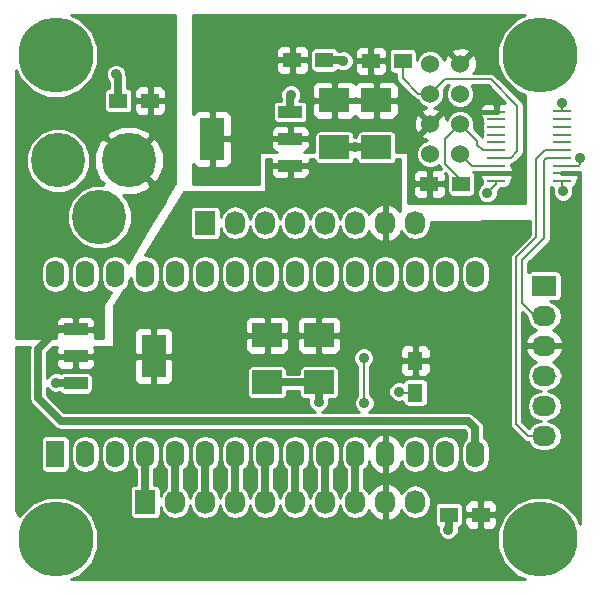
<source format=gbl>
G04 #@! TF.FileFunction,Copper,L2,Bot,Signal*
%FSLAX46Y46*%
G04 Gerber Fmt 4.6, Leading zero omitted, Abs format (unit mm)*
G04 Created by KiCad (PCBNEW (after 2015-mar-04 BZR unknown)-product) date 10/21/2015 6:35:06 PM*
%MOMM*%
G01*
G04 APERTURE LIST*
%ADD10C,0.150000*%
%ADD11C,6.350000*%
%ADD12R,1.500000X1.300000*%
%ADD13R,1.550000X0.250000*%
%ADD14R,2.032000X3.657600*%
%ADD15R,2.032000X1.016000*%
%ADD16R,1.574800X2.286000*%
%ADD17O,1.574800X2.286000*%
%ADD18R,1.300000X1.500000*%
%ADD19C,1.524000*%
%ADD20R,1.727200X2.032000*%
%ADD21O,1.727200X2.032000*%
%ADD22R,2.500000X2.000000*%
%ADD23R,2.032000X1.727200*%
%ADD24O,2.032000X1.727200*%
%ADD25C,4.600000*%
%ADD26C,0.889000*%
%ADD27C,0.635000*%
%ADD28C,0.203200*%
%ADD29C,0.254000*%
G04 APERTURE END LIST*
D10*
D11*
X14000000Y-55000000D03*
X55000000Y-55000000D03*
X55000000Y-14000000D03*
X14000000Y-14000000D03*
D12*
X49991000Y-52895500D03*
X47291000Y-52895500D03*
X34050000Y-14400000D03*
X36750000Y-14400000D03*
D13*
X56902000Y-18767000D03*
X56902000Y-19442000D03*
X56902000Y-20092000D03*
X56902000Y-20742000D03*
X56902000Y-21392000D03*
X56902000Y-22042000D03*
X56902000Y-22692000D03*
X56902000Y-23342000D03*
X56902000Y-23992000D03*
X56902000Y-24642000D03*
X51302000Y-24642000D03*
X51302000Y-23992000D03*
X51302000Y-23342000D03*
X51302000Y-22692000D03*
X51302000Y-22042000D03*
X51302000Y-21392000D03*
X51302000Y-20742000D03*
X51302000Y-20092000D03*
X51302000Y-19442000D03*
X51302000Y-18792000D03*
D14*
X27241500Y-21082000D03*
D15*
X33845500Y-21082000D03*
X33845500Y-23368000D03*
X33845500Y-18796000D03*
D16*
X13970000Y-47752000D03*
D17*
X16510000Y-47752000D03*
X19050000Y-47752000D03*
X21590000Y-47752000D03*
X24130000Y-47752000D03*
X26670000Y-47752000D03*
X29210000Y-47752000D03*
X31750000Y-47752000D03*
X34290000Y-47752000D03*
X36830000Y-47752000D03*
X39370000Y-47752000D03*
X41910000Y-47752000D03*
X44450000Y-47752000D03*
X46990000Y-47752000D03*
X49530000Y-47752000D03*
X49530000Y-32512000D03*
X46990000Y-32512000D03*
X44450000Y-32512000D03*
X41910000Y-32512000D03*
X39370000Y-32512000D03*
X36830000Y-32512000D03*
X34290000Y-32512000D03*
X31750000Y-32512000D03*
X29210000Y-32512000D03*
X26670000Y-32512000D03*
X24130000Y-32512000D03*
X21590000Y-32512000D03*
X19050000Y-32512000D03*
X16510000Y-32512000D03*
X13970000Y-32512000D03*
D12*
X21987500Y-17843500D03*
X19287500Y-17843500D03*
D18*
X44450000Y-39861500D03*
X44450000Y-42561500D03*
D14*
X22288500Y-39497000D03*
D15*
X15684500Y-39497000D03*
X15684500Y-37211000D03*
X15684500Y-41783000D03*
D19*
X48260000Y-22352000D03*
X45720000Y-22352000D03*
X48260000Y-19812000D03*
X45720000Y-19812000D03*
X48260000Y-17272000D03*
X45720000Y-17272000D03*
X48260000Y-14732000D03*
X45720000Y-14732000D03*
D20*
X21590000Y-51816000D03*
D21*
X24130000Y-51816000D03*
X26670000Y-51816000D03*
X29210000Y-51816000D03*
X31750000Y-51816000D03*
X34290000Y-51816000D03*
X36830000Y-51816000D03*
X39370000Y-51816000D03*
X41910000Y-51816000D03*
X44450000Y-51816000D03*
D20*
X26670000Y-28194000D03*
D21*
X29210000Y-28194000D03*
X31750000Y-28194000D03*
X34290000Y-28194000D03*
X36830000Y-28194000D03*
X39370000Y-28194000D03*
X41910000Y-28194000D03*
X44450000Y-28194000D03*
D22*
X36293000Y-37711000D03*
X36293000Y-41711000D03*
X37592000Y-17812000D03*
X37592000Y-21812000D03*
X31893000Y-37711000D03*
X31893000Y-41711000D03*
X41148000Y-17812000D03*
X41148000Y-21812000D03*
D12*
X43387000Y-14478000D03*
X40687000Y-14478000D03*
X48340000Y-24892000D03*
X45640000Y-24892000D03*
D23*
X55372000Y-33528000D03*
D24*
X55372000Y-36068000D03*
X55372000Y-38608000D03*
X55372000Y-41148000D03*
X55372000Y-43688000D03*
X55372000Y-46228000D03*
D25*
X14200000Y-22900000D03*
X20200000Y-22900000D03*
X17700000Y-27700000D03*
D26*
X33909000Y-17335500D03*
X39370000Y-21780500D03*
X19113500Y-15621000D03*
X43053000Y-42481500D03*
X56896000Y-18034000D03*
X38354000Y-14478000D03*
X14033500Y-41719500D03*
X36258500Y-43370500D03*
X47244000Y-54165500D03*
X40132000Y-43434000D03*
X40068500Y-39624000D03*
X58420000Y-22707600D03*
X56959500Y-25527000D03*
X50546000Y-25654000D03*
D27*
X33845500Y-18796000D02*
X33845500Y-17399000D01*
X33845500Y-17399000D02*
X33909000Y-17335500D01*
X37592000Y-21812000D02*
X39338500Y-21812000D01*
X39338500Y-21812000D02*
X39370000Y-21780500D01*
X19287500Y-17843500D02*
X19287500Y-15795000D01*
X19287500Y-15795000D02*
X19113500Y-15621000D01*
D28*
X44450000Y-42561500D02*
X43133000Y-42561500D01*
X43133000Y-42561500D02*
X43053000Y-42481500D01*
X56902000Y-18767000D02*
X56902000Y-18040000D01*
X56902000Y-18040000D02*
X56896000Y-18034000D01*
D27*
X37592000Y-21812000D02*
X41148000Y-21812000D01*
X38276000Y-14400000D02*
X38354000Y-14478000D01*
X36750000Y-14400000D02*
X38276000Y-14400000D01*
X14097000Y-41783000D02*
X14033500Y-41719500D01*
X15684500Y-41783000D02*
X14097000Y-41783000D01*
X31893000Y-41711000D02*
X36293000Y-41711000D01*
X36293000Y-43336000D02*
X36258500Y-43370500D01*
X36293000Y-41711000D02*
X36293000Y-43336000D01*
X47291000Y-54118500D02*
X47244000Y-54165500D01*
X47291000Y-52895500D02*
X47291000Y-54118500D01*
X43307000Y-44958000D02*
X48895000Y-44958000D01*
X49530000Y-45593000D02*
X49530000Y-47752000D01*
X48895000Y-44958000D02*
X49530000Y-45593000D01*
X49530000Y-47752000D02*
X49530000Y-47053500D01*
X14160500Y-37211000D02*
X12509500Y-38862000D01*
X12509500Y-38862000D02*
X12509500Y-43053000D01*
X12509500Y-43053000D02*
X14414500Y-44958000D01*
X14414500Y-44958000D02*
X43307000Y-44958000D01*
X15684500Y-37211000D02*
X14160500Y-37211000D01*
X21590000Y-47752000D02*
X21590000Y-51816000D01*
X24130000Y-47752000D02*
X24130000Y-51816000D01*
X26670000Y-47752000D02*
X26670000Y-51816000D01*
X29210000Y-47752000D02*
X29210000Y-51816000D01*
X31750000Y-47752000D02*
X31750000Y-51816000D01*
X34290000Y-47752000D02*
X34290000Y-51816000D01*
X36830000Y-47752000D02*
X36830000Y-51816000D01*
X39370000Y-47752000D02*
X39370000Y-51816000D01*
D28*
X40132000Y-43434000D02*
X40068500Y-43370500D01*
X40068500Y-43370500D02*
X40068500Y-39624000D01*
X58268200Y-23342000D02*
X58420000Y-23190200D01*
X58420000Y-23190200D02*
X58420000Y-22707600D01*
X56902000Y-23342000D02*
X58268200Y-23342000D01*
X55372000Y-41148000D02*
X56388000Y-41148000D01*
X56902000Y-25469500D02*
X56959500Y-25527000D01*
X56902000Y-24642000D02*
X56902000Y-25469500D01*
X51302000Y-23342000D02*
X49250000Y-23342000D01*
X49250000Y-23342000D02*
X48260000Y-22352000D01*
X51302000Y-24642000D02*
X51302000Y-24898000D01*
X51302000Y-24898000D02*
X50546000Y-25654000D01*
X54584600Y-36068000D02*
X55372000Y-36068000D01*
X55565400Y-22692000D02*
X55372000Y-22885400D01*
X55372000Y-22885400D02*
X55372000Y-29489400D01*
X55372000Y-29489400D02*
X53492400Y-31369000D01*
X53492400Y-31369000D02*
X53492400Y-34975800D01*
X53492400Y-34975800D02*
X54584600Y-36068000D01*
X56902000Y-22692000D02*
X55565400Y-22692000D01*
X56902000Y-22042000D02*
X55428000Y-22042000D01*
X55428000Y-22042000D02*
X54686200Y-22783800D01*
X54686200Y-22783800D02*
X54686200Y-29413200D01*
X54686200Y-29413200D02*
X52984400Y-31115000D01*
X52984400Y-31115000D02*
X52984400Y-45262800D01*
X52984400Y-45262800D02*
X53949600Y-46228000D01*
X53949600Y-46228000D02*
X55372000Y-46228000D01*
X43387000Y-14478000D02*
X43387000Y-15955000D01*
X44704000Y-17272000D02*
X45720000Y-17272000D01*
X43387000Y-15955000D02*
X44704000Y-17272000D01*
X52542800Y-22692000D02*
X53086000Y-22148800D01*
X53086000Y-22148800D02*
X53086000Y-19100800D01*
X51302000Y-22692000D02*
X52542800Y-22692000D01*
X53086000Y-18288000D02*
X50825400Y-16027400D01*
X50825400Y-16027400D02*
X46964600Y-16027400D01*
X46964600Y-16027400D02*
X45720000Y-17272000D01*
X53086000Y-19100800D02*
X53086000Y-18288000D01*
X48340000Y-24892000D02*
X48340000Y-24591000D01*
X48340000Y-24591000D02*
X46990000Y-23241000D01*
X46990000Y-23241000D02*
X46990000Y-21082000D01*
X46990000Y-21082000D02*
X48260000Y-19812000D01*
X50185200Y-22042000D02*
X49707800Y-21564600D01*
X49707800Y-21564600D02*
X49707800Y-21259800D01*
X49707800Y-21259800D02*
X48260000Y-19812000D01*
X51302000Y-22042000D02*
X50185200Y-22042000D01*
D29*
G36*
X53721000Y-26543000D02*
X53619400Y-26543000D01*
X53619400Y-22148800D01*
X53619400Y-19100800D01*
X53619400Y-18288000D01*
X53578797Y-18083877D01*
X53463171Y-17910829D01*
X51202571Y-15650229D01*
X51029523Y-15534603D01*
X50825400Y-15494000D01*
X49374816Y-15494000D01*
X49482397Y-15463143D01*
X49669144Y-14939698D01*
X49641362Y-14384632D01*
X49482397Y-14000857D01*
X49240213Y-13931392D01*
X49060608Y-14110997D01*
X49060608Y-13751787D01*
X48991143Y-13509603D01*
X48467698Y-13322856D01*
X47912632Y-13350638D01*
X47528857Y-13509603D01*
X47459392Y-13751787D01*
X48260000Y-14552395D01*
X49060608Y-13751787D01*
X49060608Y-14110997D01*
X48439605Y-14732000D01*
X48453747Y-14746142D01*
X48274142Y-14925747D01*
X48260000Y-14911605D01*
X48245857Y-14925747D01*
X48066252Y-14746142D01*
X48080395Y-14732000D01*
X47279787Y-13931392D01*
X47037603Y-14000857D01*
X46885616Y-14426869D01*
X46732645Y-14056650D01*
X46397116Y-13720536D01*
X45958503Y-13538408D01*
X45483580Y-13537993D01*
X45044650Y-13719355D01*
X44708536Y-14054884D01*
X44577259Y-14371034D01*
X44577259Y-13828000D01*
X44545315Y-13663356D01*
X44450258Y-13518649D01*
X44306755Y-13421784D01*
X44137000Y-13387741D01*
X42637000Y-13387741D01*
X42472356Y-13419685D01*
X42327649Y-13514742D01*
X42230784Y-13658245D01*
X42196741Y-13828000D01*
X42196741Y-15128000D01*
X42228685Y-15292644D01*
X42323742Y-15437351D01*
X42467245Y-15534216D01*
X42637000Y-15568259D01*
X42853600Y-15568259D01*
X42853600Y-15955000D01*
X42894203Y-16159123D01*
X43009829Y-16332171D01*
X44326829Y-17649171D01*
X44499876Y-17764797D01*
X44499877Y-17764797D01*
X44643750Y-17793415D01*
X44707355Y-17947350D01*
X45042884Y-18283464D01*
X45394662Y-18429535D01*
X45372632Y-18430638D01*
X44988857Y-18589603D01*
X44919392Y-18831787D01*
X45720000Y-19632395D01*
X46520608Y-18831787D01*
X46451143Y-18589603D01*
X46025130Y-18437616D01*
X46395350Y-18284645D01*
X46731464Y-17949116D01*
X46913592Y-17510503D01*
X46914007Y-17035580D01*
X46854581Y-16891760D01*
X47185542Y-16560800D01*
X47282679Y-16560800D01*
X47248536Y-16594884D01*
X47066408Y-17033497D01*
X47065993Y-17508420D01*
X47247355Y-17947350D01*
X47582884Y-18283464D01*
X48021497Y-18465592D01*
X48496420Y-18466007D01*
X48935350Y-18284645D01*
X49271464Y-17949116D01*
X49453592Y-17510503D01*
X49454007Y-17035580D01*
X49272645Y-16596650D01*
X49236857Y-16560800D01*
X50604458Y-16560800D01*
X52075658Y-18032000D01*
X51950691Y-18032000D01*
X51587750Y-18032000D01*
X51429000Y-18190750D01*
X51429000Y-18729500D01*
X51449000Y-18729500D01*
X51449000Y-18854500D01*
X51429000Y-18854500D01*
X51429000Y-18876741D01*
X51175000Y-18876741D01*
X51175000Y-18854500D01*
X51175000Y-18729500D01*
X51175000Y-18190750D01*
X51016250Y-18032000D01*
X50653309Y-18032000D01*
X50400690Y-18032000D01*
X50167301Y-18128673D01*
X49988673Y-18307302D01*
X49892000Y-18540691D01*
X49892000Y-18570750D01*
X50050750Y-18729500D01*
X51175000Y-18729500D01*
X51175000Y-18854500D01*
X50050750Y-18854500D01*
X49892000Y-19013250D01*
X49892000Y-19043309D01*
X49988673Y-19276698D01*
X50086741Y-19374766D01*
X50086741Y-19567000D01*
X50118685Y-19731644D01*
X50141559Y-19766466D01*
X50120784Y-19797245D01*
X50086741Y-19967000D01*
X50086741Y-20217000D01*
X50118685Y-20381644D01*
X50141559Y-20416466D01*
X50120784Y-20447245D01*
X50086741Y-20617000D01*
X50086741Y-20867000D01*
X50091738Y-20892757D01*
X50084971Y-20882629D01*
X50084967Y-20882626D01*
X49394691Y-20192350D01*
X49453592Y-20050503D01*
X49454007Y-19575580D01*
X49272645Y-19136650D01*
X48937116Y-18800536D01*
X48498503Y-18618408D01*
X48023580Y-18617993D01*
X47584650Y-18799355D01*
X47248536Y-19134884D01*
X47102464Y-19486662D01*
X47101362Y-19464632D01*
X46942397Y-19080857D01*
X46700213Y-19011392D01*
X45899605Y-19812000D01*
X45913747Y-19826142D01*
X45734142Y-20005747D01*
X45720000Y-19991605D01*
X45540395Y-20171210D01*
X45540395Y-19812000D01*
X44739787Y-19011392D01*
X44497603Y-19080857D01*
X44310856Y-19604302D01*
X44338638Y-20159368D01*
X44497603Y-20543143D01*
X44739787Y-20612608D01*
X45540395Y-19812000D01*
X45540395Y-20171210D01*
X44919392Y-20792213D01*
X44988857Y-21034397D01*
X45414869Y-21186383D01*
X45044650Y-21339355D01*
X44708536Y-21674884D01*
X44526408Y-22113497D01*
X44525993Y-22588420D01*
X44707355Y-23027350D01*
X45042884Y-23363464D01*
X45481497Y-23545592D01*
X45956420Y-23546007D01*
X46395350Y-23364645D01*
X46466972Y-23293146D01*
X46497203Y-23445123D01*
X46612829Y-23618171D01*
X46662008Y-23667350D01*
X46516309Y-23607000D01*
X45925750Y-23607000D01*
X45767000Y-23765750D01*
X45767000Y-24765000D01*
X46866250Y-24765000D01*
X47025000Y-24606250D01*
X47025000Y-24368309D01*
X47025000Y-24115690D01*
X46964649Y-23969991D01*
X47164259Y-24169601D01*
X47149741Y-24242000D01*
X47149741Y-25542000D01*
X47181685Y-25706644D01*
X47276742Y-25851351D01*
X47420245Y-25948216D01*
X47590000Y-25982259D01*
X49090000Y-25982259D01*
X49254644Y-25950315D01*
X49399351Y-25855258D01*
X49496216Y-25711755D01*
X49530259Y-25542000D01*
X49530259Y-24242000D01*
X49498315Y-24077356D01*
X49403258Y-23932649D01*
X49318445Y-23875400D01*
X49996650Y-23875400D01*
X50050750Y-23929500D01*
X51175000Y-23929500D01*
X51175000Y-23907259D01*
X51429000Y-23907259D01*
X51429000Y-23929500D01*
X52553250Y-23929500D01*
X52712000Y-23770750D01*
X52712000Y-23740691D01*
X52615327Y-23507302D01*
X52517259Y-23409233D01*
X52517259Y-23225400D01*
X52542800Y-23225400D01*
X52746923Y-23184797D01*
X52919971Y-23069171D01*
X53463171Y-22525971D01*
X53578797Y-22352923D01*
X53619400Y-22148800D01*
X53619400Y-26543000D01*
X52712000Y-26543000D01*
X52712000Y-24243309D01*
X52712000Y-24213250D01*
X52553250Y-24054500D01*
X51429000Y-24054500D01*
X51429000Y-24076741D01*
X51175000Y-24076741D01*
X51175000Y-24054500D01*
X50050750Y-24054500D01*
X49892000Y-24213250D01*
X49892000Y-24243309D01*
X49988673Y-24476698D01*
X50086741Y-24574766D01*
X50086741Y-24767000D01*
X50109840Y-24886059D01*
X50050264Y-24910676D01*
X49803542Y-25156968D01*
X49669852Y-25478928D01*
X49669548Y-25827542D01*
X49802676Y-26149736D01*
X50048968Y-26396458D01*
X50370928Y-26530148D01*
X50719542Y-26530452D01*
X51041736Y-26397324D01*
X51288458Y-26151032D01*
X51422148Y-25829072D01*
X51422407Y-25531934D01*
X51679167Y-25275173D01*
X51679170Y-25275171D01*
X51679171Y-25275171D01*
X51724547Y-25207259D01*
X52077000Y-25207259D01*
X52241644Y-25175315D01*
X52386351Y-25080258D01*
X52483216Y-24936755D01*
X52517259Y-24767000D01*
X52517259Y-24574766D01*
X52615327Y-24476698D01*
X52712000Y-24243309D01*
X52712000Y-26543000D01*
X47025000Y-26543000D01*
X47025000Y-25668310D01*
X47025000Y-25415691D01*
X47025000Y-25177750D01*
X46866250Y-25019000D01*
X45767000Y-25019000D01*
X45767000Y-26018250D01*
X45925750Y-26177000D01*
X46516309Y-26177000D01*
X46749698Y-26080327D01*
X46928327Y-25901699D01*
X47025000Y-25668310D01*
X47025000Y-26543000D01*
X45513000Y-26543000D01*
X45513000Y-26018250D01*
X45513000Y-25019000D01*
X45513000Y-24765000D01*
X45513000Y-23765750D01*
X45354250Y-23607000D01*
X44763691Y-23607000D01*
X44530302Y-23703673D01*
X44351673Y-23882301D01*
X44255000Y-24115690D01*
X44255000Y-24368309D01*
X44255000Y-24606250D01*
X44413750Y-24765000D01*
X45513000Y-24765000D01*
X45513000Y-25019000D01*
X44413750Y-25019000D01*
X44255000Y-25177750D01*
X44255000Y-25415691D01*
X44255000Y-25668310D01*
X44351673Y-25901699D01*
X44530302Y-26080327D01*
X44763691Y-26177000D01*
X45354250Y-26177000D01*
X45513000Y-26018250D01*
X45513000Y-26543000D01*
X43815000Y-26543000D01*
X43815000Y-22225000D01*
X43033000Y-22225000D01*
X43033000Y-18938309D01*
X43033000Y-18097750D01*
X43033000Y-17526250D01*
X43033000Y-16685691D01*
X42936327Y-16452302D01*
X42757699Y-16273673D01*
X42524310Y-16177000D01*
X42271691Y-16177000D01*
X42072000Y-16177000D01*
X42072000Y-15254310D01*
X42072000Y-15001691D01*
X42072000Y-14763750D01*
X42072000Y-14192250D01*
X42072000Y-13954309D01*
X42072000Y-13701690D01*
X41975327Y-13468301D01*
X41796698Y-13289673D01*
X41563309Y-13193000D01*
X40972750Y-13193000D01*
X40814000Y-13351750D01*
X40814000Y-14351000D01*
X41913250Y-14351000D01*
X42072000Y-14192250D01*
X42072000Y-14763750D01*
X41913250Y-14605000D01*
X40814000Y-14605000D01*
X40814000Y-15604250D01*
X40972750Y-15763000D01*
X41563309Y-15763000D01*
X41796698Y-15666327D01*
X41975327Y-15487699D01*
X42072000Y-15254310D01*
X42072000Y-16177000D01*
X41433750Y-16177000D01*
X41275000Y-16335750D01*
X41275000Y-17685000D01*
X42874250Y-17685000D01*
X43033000Y-17526250D01*
X43033000Y-18097750D01*
X42874250Y-17939000D01*
X41275000Y-17939000D01*
X41275000Y-19288250D01*
X41433750Y-19447000D01*
X42271691Y-19447000D01*
X42524310Y-19447000D01*
X42757699Y-19350327D01*
X42936327Y-19171698D01*
X43033000Y-18938309D01*
X43033000Y-22225000D01*
X42838259Y-22225000D01*
X42838259Y-20812000D01*
X42806315Y-20647356D01*
X42711258Y-20502649D01*
X42567755Y-20405784D01*
X42398000Y-20371741D01*
X41021000Y-20371741D01*
X41021000Y-19288250D01*
X41021000Y-17939000D01*
X41021000Y-17685000D01*
X41021000Y-16335750D01*
X40862250Y-16177000D01*
X40560000Y-16177000D01*
X40560000Y-15604250D01*
X40560000Y-14605000D01*
X40560000Y-14351000D01*
X40560000Y-13351750D01*
X40401250Y-13193000D01*
X39810691Y-13193000D01*
X39577302Y-13289673D01*
X39398673Y-13468301D01*
X39302000Y-13701690D01*
X39302000Y-13954309D01*
X39302000Y-14192250D01*
X39460750Y-14351000D01*
X40560000Y-14351000D01*
X40560000Y-14605000D01*
X39460750Y-14605000D01*
X39302000Y-14763750D01*
X39302000Y-15001691D01*
X39302000Y-15254310D01*
X39398673Y-15487699D01*
X39577302Y-15666327D01*
X39810691Y-15763000D01*
X40401250Y-15763000D01*
X40560000Y-15604250D01*
X40560000Y-16177000D01*
X40024309Y-16177000D01*
X39771690Y-16177000D01*
X39538301Y-16273673D01*
X39370000Y-16441974D01*
X39230452Y-16302426D01*
X39230452Y-14304458D01*
X39097324Y-13982264D01*
X38851032Y-13735542D01*
X38529072Y-13601852D01*
X38180458Y-13601548D01*
X38061501Y-13650700D01*
X37920992Y-13650700D01*
X37908315Y-13585356D01*
X37813258Y-13440649D01*
X37669755Y-13343784D01*
X37500000Y-13309741D01*
X36000000Y-13309741D01*
X35835356Y-13341685D01*
X35690649Y-13436742D01*
X35593784Y-13580245D01*
X35559741Y-13750000D01*
X35559741Y-15050000D01*
X35591685Y-15214644D01*
X35686742Y-15359351D01*
X35830245Y-15456216D01*
X36000000Y-15490259D01*
X37500000Y-15490259D01*
X37664644Y-15458315D01*
X37809351Y-15363258D01*
X37895063Y-15236276D01*
X38178928Y-15354148D01*
X38527542Y-15354452D01*
X38849736Y-15221324D01*
X39096458Y-14975032D01*
X39230148Y-14653072D01*
X39230452Y-14304458D01*
X39230452Y-16302426D01*
X39201699Y-16273673D01*
X38968310Y-16177000D01*
X38715691Y-16177000D01*
X37877750Y-16177000D01*
X37719000Y-16335750D01*
X37719000Y-17685000D01*
X39318250Y-17685000D01*
X39370000Y-17633250D01*
X39421750Y-17685000D01*
X41021000Y-17685000D01*
X41021000Y-17939000D01*
X39421750Y-17939000D01*
X39370000Y-17990750D01*
X39318250Y-17939000D01*
X37719000Y-17939000D01*
X37719000Y-19288250D01*
X37877750Y-19447000D01*
X38715691Y-19447000D01*
X38968310Y-19447000D01*
X39201699Y-19350327D01*
X39370000Y-19182025D01*
X39538301Y-19350327D01*
X39771690Y-19447000D01*
X40024309Y-19447000D01*
X40862250Y-19447000D01*
X41021000Y-19288250D01*
X41021000Y-20371741D01*
X39898000Y-20371741D01*
X39733356Y-20403685D01*
X39588649Y-20498742D01*
X39491784Y-20642245D01*
X39457741Y-20812000D01*
X39457741Y-20904275D01*
X39282259Y-20904122D01*
X39282259Y-20812000D01*
X39250315Y-20647356D01*
X39155258Y-20502649D01*
X39011755Y-20405784D01*
X38842000Y-20371741D01*
X37465000Y-20371741D01*
X37465000Y-19288250D01*
X37465000Y-17939000D01*
X37465000Y-17685000D01*
X37465000Y-16335750D01*
X37306250Y-16177000D01*
X36468309Y-16177000D01*
X36215690Y-16177000D01*
X35982301Y-16273673D01*
X35803673Y-16452302D01*
X35707000Y-16685691D01*
X35707000Y-17526250D01*
X35865750Y-17685000D01*
X37465000Y-17685000D01*
X37465000Y-17939000D01*
X35865750Y-17939000D01*
X35707000Y-18097750D01*
X35707000Y-18938309D01*
X35803673Y-19171698D01*
X35982301Y-19350327D01*
X36215690Y-19447000D01*
X36468309Y-19447000D01*
X37306250Y-19447000D01*
X37465000Y-19288250D01*
X37465000Y-20371741D01*
X36342000Y-20371741D01*
X36177356Y-20403685D01*
X36032649Y-20498742D01*
X35935784Y-20642245D01*
X35901741Y-20812000D01*
X35901741Y-22225000D01*
X34987810Y-22225000D01*
X35221199Y-22128327D01*
X35399827Y-21949698D01*
X35496500Y-21716309D01*
X35496500Y-21367750D01*
X35496500Y-20796250D01*
X35496500Y-20447691D01*
X35435000Y-20299217D01*
X35435000Y-15176310D01*
X35435000Y-14923691D01*
X35435000Y-14685750D01*
X35435000Y-14114250D01*
X35435000Y-13876309D01*
X35435000Y-13623690D01*
X35338327Y-13390301D01*
X35159698Y-13211673D01*
X34926309Y-13115000D01*
X34335750Y-13115000D01*
X34177000Y-13273750D01*
X34177000Y-14273000D01*
X35276250Y-14273000D01*
X35435000Y-14114250D01*
X35435000Y-14685750D01*
X35276250Y-14527000D01*
X34177000Y-14527000D01*
X34177000Y-15526250D01*
X34335750Y-15685000D01*
X34926309Y-15685000D01*
X35159698Y-15588327D01*
X35338327Y-15409699D01*
X35435000Y-15176310D01*
X35435000Y-20299217D01*
X35399827Y-20214302D01*
X35301759Y-20116233D01*
X35301759Y-19304000D01*
X35301759Y-18288000D01*
X35269815Y-18123356D01*
X35174758Y-17978649D01*
X35031255Y-17881784D01*
X34861500Y-17847741D01*
X34636222Y-17847741D01*
X34651458Y-17832532D01*
X34785148Y-17510572D01*
X34785452Y-17161958D01*
X34652324Y-16839764D01*
X34406032Y-16593042D01*
X34084072Y-16459352D01*
X33923000Y-16459211D01*
X33923000Y-15526250D01*
X33923000Y-14527000D01*
X33923000Y-14273000D01*
X33923000Y-13273750D01*
X33764250Y-13115000D01*
X33173691Y-13115000D01*
X32940302Y-13211673D01*
X32761673Y-13390301D01*
X32665000Y-13623690D01*
X32665000Y-13876309D01*
X32665000Y-14114250D01*
X32823750Y-14273000D01*
X33923000Y-14273000D01*
X33923000Y-14527000D01*
X32823750Y-14527000D01*
X32665000Y-14685750D01*
X32665000Y-14923691D01*
X32665000Y-15176310D01*
X32761673Y-15409699D01*
X32940302Y-15588327D01*
X33173691Y-15685000D01*
X33764250Y-15685000D01*
X33923000Y-15526250D01*
X33923000Y-16459211D01*
X33735458Y-16459048D01*
X33413264Y-16592176D01*
X33166542Y-16838468D01*
X33032852Y-17160428D01*
X33032548Y-17509042D01*
X33096200Y-17663091D01*
X33096200Y-17847741D01*
X32829500Y-17847741D01*
X32664856Y-17879685D01*
X32520149Y-17974742D01*
X32423284Y-18118245D01*
X32389241Y-18288000D01*
X32389241Y-19304000D01*
X32421185Y-19468644D01*
X32516242Y-19613351D01*
X32659745Y-19710216D01*
X32829500Y-19744259D01*
X34861500Y-19744259D01*
X35026144Y-19712315D01*
X35170851Y-19617258D01*
X35267716Y-19473755D01*
X35301759Y-19304000D01*
X35301759Y-20116233D01*
X35221199Y-20035673D01*
X34987810Y-19939000D01*
X34735191Y-19939000D01*
X34131250Y-19939000D01*
X33972500Y-20097750D01*
X33972500Y-20955000D01*
X35337750Y-20955000D01*
X35496500Y-20796250D01*
X35496500Y-21367750D01*
X35337750Y-21209000D01*
X33972500Y-21209000D01*
X33972500Y-21229000D01*
X33718500Y-21229000D01*
X33718500Y-21209000D01*
X33718500Y-20955000D01*
X33718500Y-20097750D01*
X33559750Y-19939000D01*
X32955809Y-19939000D01*
X32703190Y-19939000D01*
X32469801Y-20035673D01*
X32291173Y-20214302D01*
X32194500Y-20447691D01*
X32194500Y-20796250D01*
X32353250Y-20955000D01*
X33718500Y-20955000D01*
X33718500Y-21209000D01*
X32353250Y-21209000D01*
X32194500Y-21367750D01*
X32194500Y-21716309D01*
X32291173Y-21949698D01*
X32469801Y-22128327D01*
X32703190Y-22225000D01*
X31242000Y-22225000D01*
X31242000Y-24892000D01*
X28892500Y-24892000D01*
X28892500Y-23037109D01*
X28892500Y-21367750D01*
X28892500Y-20796250D01*
X28892500Y-19126891D01*
X28795827Y-18893502D01*
X28617199Y-18714873D01*
X28383810Y-18618200D01*
X28131191Y-18618200D01*
X27527250Y-18618200D01*
X27368500Y-18776950D01*
X27368500Y-20955000D01*
X28733750Y-20955000D01*
X28892500Y-20796250D01*
X28892500Y-21367750D01*
X28733750Y-21209000D01*
X27368500Y-21209000D01*
X27368500Y-23387050D01*
X27527250Y-23545800D01*
X28131191Y-23545800D01*
X28383810Y-23545800D01*
X28617199Y-23449127D01*
X28795827Y-23270498D01*
X28892500Y-23037109D01*
X28892500Y-24892000D01*
X25654000Y-24892000D01*
X25654000Y-23190411D01*
X25687173Y-23270498D01*
X25865801Y-23449127D01*
X26099190Y-23545800D01*
X26351809Y-23545800D01*
X26955750Y-23545800D01*
X27114500Y-23387050D01*
X27114500Y-21209000D01*
X27094500Y-21209000D01*
X27094500Y-20955000D01*
X27114500Y-20955000D01*
X27114500Y-18776950D01*
X26955750Y-18618200D01*
X26351809Y-18618200D01*
X26099190Y-18618200D01*
X25865801Y-18714873D01*
X25687173Y-18893502D01*
X25654000Y-18973588D01*
X25654000Y-10622300D01*
X53721000Y-10622300D01*
X53721000Y-10625909D01*
X52959581Y-10940521D01*
X51944087Y-11954245D01*
X51393828Y-13279416D01*
X51392576Y-14714289D01*
X51940521Y-16040419D01*
X52954245Y-17055913D01*
X53721000Y-17374297D01*
X53721000Y-26543000D01*
X53721000Y-26543000D01*
G37*
X53721000Y-26543000D02*
X53619400Y-26543000D01*
X53619400Y-22148800D01*
X53619400Y-19100800D01*
X53619400Y-18288000D01*
X53578797Y-18083877D01*
X53463171Y-17910829D01*
X51202571Y-15650229D01*
X51029523Y-15534603D01*
X50825400Y-15494000D01*
X49374816Y-15494000D01*
X49482397Y-15463143D01*
X49669144Y-14939698D01*
X49641362Y-14384632D01*
X49482397Y-14000857D01*
X49240213Y-13931392D01*
X49060608Y-14110997D01*
X49060608Y-13751787D01*
X48991143Y-13509603D01*
X48467698Y-13322856D01*
X47912632Y-13350638D01*
X47528857Y-13509603D01*
X47459392Y-13751787D01*
X48260000Y-14552395D01*
X49060608Y-13751787D01*
X49060608Y-14110997D01*
X48439605Y-14732000D01*
X48453747Y-14746142D01*
X48274142Y-14925747D01*
X48260000Y-14911605D01*
X48245857Y-14925747D01*
X48066252Y-14746142D01*
X48080395Y-14732000D01*
X47279787Y-13931392D01*
X47037603Y-14000857D01*
X46885616Y-14426869D01*
X46732645Y-14056650D01*
X46397116Y-13720536D01*
X45958503Y-13538408D01*
X45483580Y-13537993D01*
X45044650Y-13719355D01*
X44708536Y-14054884D01*
X44577259Y-14371034D01*
X44577259Y-13828000D01*
X44545315Y-13663356D01*
X44450258Y-13518649D01*
X44306755Y-13421784D01*
X44137000Y-13387741D01*
X42637000Y-13387741D01*
X42472356Y-13419685D01*
X42327649Y-13514742D01*
X42230784Y-13658245D01*
X42196741Y-13828000D01*
X42196741Y-15128000D01*
X42228685Y-15292644D01*
X42323742Y-15437351D01*
X42467245Y-15534216D01*
X42637000Y-15568259D01*
X42853600Y-15568259D01*
X42853600Y-15955000D01*
X42894203Y-16159123D01*
X43009829Y-16332171D01*
X44326829Y-17649171D01*
X44499876Y-17764797D01*
X44499877Y-17764797D01*
X44643750Y-17793415D01*
X44707355Y-17947350D01*
X45042884Y-18283464D01*
X45394662Y-18429535D01*
X45372632Y-18430638D01*
X44988857Y-18589603D01*
X44919392Y-18831787D01*
X45720000Y-19632395D01*
X46520608Y-18831787D01*
X46451143Y-18589603D01*
X46025130Y-18437616D01*
X46395350Y-18284645D01*
X46731464Y-17949116D01*
X46913592Y-17510503D01*
X46914007Y-17035580D01*
X46854581Y-16891760D01*
X47185542Y-16560800D01*
X47282679Y-16560800D01*
X47248536Y-16594884D01*
X47066408Y-17033497D01*
X47065993Y-17508420D01*
X47247355Y-17947350D01*
X47582884Y-18283464D01*
X48021497Y-18465592D01*
X48496420Y-18466007D01*
X48935350Y-18284645D01*
X49271464Y-17949116D01*
X49453592Y-17510503D01*
X49454007Y-17035580D01*
X49272645Y-16596650D01*
X49236857Y-16560800D01*
X50604458Y-16560800D01*
X52075658Y-18032000D01*
X51950691Y-18032000D01*
X51587750Y-18032000D01*
X51429000Y-18190750D01*
X51429000Y-18729500D01*
X51449000Y-18729500D01*
X51449000Y-18854500D01*
X51429000Y-18854500D01*
X51429000Y-18876741D01*
X51175000Y-18876741D01*
X51175000Y-18854500D01*
X51175000Y-18729500D01*
X51175000Y-18190750D01*
X51016250Y-18032000D01*
X50653309Y-18032000D01*
X50400690Y-18032000D01*
X50167301Y-18128673D01*
X49988673Y-18307302D01*
X49892000Y-18540691D01*
X49892000Y-18570750D01*
X50050750Y-18729500D01*
X51175000Y-18729500D01*
X51175000Y-18854500D01*
X50050750Y-18854500D01*
X49892000Y-19013250D01*
X49892000Y-19043309D01*
X49988673Y-19276698D01*
X50086741Y-19374766D01*
X50086741Y-19567000D01*
X50118685Y-19731644D01*
X50141559Y-19766466D01*
X50120784Y-19797245D01*
X50086741Y-19967000D01*
X50086741Y-20217000D01*
X50118685Y-20381644D01*
X50141559Y-20416466D01*
X50120784Y-20447245D01*
X50086741Y-20617000D01*
X50086741Y-20867000D01*
X50091738Y-20892757D01*
X50084971Y-20882629D01*
X50084967Y-20882626D01*
X49394691Y-20192350D01*
X49453592Y-20050503D01*
X49454007Y-19575580D01*
X49272645Y-19136650D01*
X48937116Y-18800536D01*
X48498503Y-18618408D01*
X48023580Y-18617993D01*
X47584650Y-18799355D01*
X47248536Y-19134884D01*
X47102464Y-19486662D01*
X47101362Y-19464632D01*
X46942397Y-19080857D01*
X46700213Y-19011392D01*
X45899605Y-19812000D01*
X45913747Y-19826142D01*
X45734142Y-20005747D01*
X45720000Y-19991605D01*
X45540395Y-20171210D01*
X45540395Y-19812000D01*
X44739787Y-19011392D01*
X44497603Y-19080857D01*
X44310856Y-19604302D01*
X44338638Y-20159368D01*
X44497603Y-20543143D01*
X44739787Y-20612608D01*
X45540395Y-19812000D01*
X45540395Y-20171210D01*
X44919392Y-20792213D01*
X44988857Y-21034397D01*
X45414869Y-21186383D01*
X45044650Y-21339355D01*
X44708536Y-21674884D01*
X44526408Y-22113497D01*
X44525993Y-22588420D01*
X44707355Y-23027350D01*
X45042884Y-23363464D01*
X45481497Y-23545592D01*
X45956420Y-23546007D01*
X46395350Y-23364645D01*
X46466972Y-23293146D01*
X46497203Y-23445123D01*
X46612829Y-23618171D01*
X46662008Y-23667350D01*
X46516309Y-23607000D01*
X45925750Y-23607000D01*
X45767000Y-23765750D01*
X45767000Y-24765000D01*
X46866250Y-24765000D01*
X47025000Y-24606250D01*
X47025000Y-24368309D01*
X47025000Y-24115690D01*
X46964649Y-23969991D01*
X47164259Y-24169601D01*
X47149741Y-24242000D01*
X47149741Y-25542000D01*
X47181685Y-25706644D01*
X47276742Y-25851351D01*
X47420245Y-25948216D01*
X47590000Y-25982259D01*
X49090000Y-25982259D01*
X49254644Y-25950315D01*
X49399351Y-25855258D01*
X49496216Y-25711755D01*
X49530259Y-25542000D01*
X49530259Y-24242000D01*
X49498315Y-24077356D01*
X49403258Y-23932649D01*
X49318445Y-23875400D01*
X49996650Y-23875400D01*
X50050750Y-23929500D01*
X51175000Y-23929500D01*
X51175000Y-23907259D01*
X51429000Y-23907259D01*
X51429000Y-23929500D01*
X52553250Y-23929500D01*
X52712000Y-23770750D01*
X52712000Y-23740691D01*
X52615327Y-23507302D01*
X52517259Y-23409233D01*
X52517259Y-23225400D01*
X52542800Y-23225400D01*
X52746923Y-23184797D01*
X52919971Y-23069171D01*
X53463171Y-22525971D01*
X53578797Y-22352923D01*
X53619400Y-22148800D01*
X53619400Y-26543000D01*
X52712000Y-26543000D01*
X52712000Y-24243309D01*
X52712000Y-24213250D01*
X52553250Y-24054500D01*
X51429000Y-24054500D01*
X51429000Y-24076741D01*
X51175000Y-24076741D01*
X51175000Y-24054500D01*
X50050750Y-24054500D01*
X49892000Y-24213250D01*
X49892000Y-24243309D01*
X49988673Y-24476698D01*
X50086741Y-24574766D01*
X50086741Y-24767000D01*
X50109840Y-24886059D01*
X50050264Y-24910676D01*
X49803542Y-25156968D01*
X49669852Y-25478928D01*
X49669548Y-25827542D01*
X49802676Y-26149736D01*
X50048968Y-26396458D01*
X50370928Y-26530148D01*
X50719542Y-26530452D01*
X51041736Y-26397324D01*
X51288458Y-26151032D01*
X51422148Y-25829072D01*
X51422407Y-25531934D01*
X51679167Y-25275173D01*
X51679170Y-25275171D01*
X51679171Y-25275171D01*
X51724547Y-25207259D01*
X52077000Y-25207259D01*
X52241644Y-25175315D01*
X52386351Y-25080258D01*
X52483216Y-24936755D01*
X52517259Y-24767000D01*
X52517259Y-24574766D01*
X52615327Y-24476698D01*
X52712000Y-24243309D01*
X52712000Y-26543000D01*
X47025000Y-26543000D01*
X47025000Y-25668310D01*
X47025000Y-25415691D01*
X47025000Y-25177750D01*
X46866250Y-25019000D01*
X45767000Y-25019000D01*
X45767000Y-26018250D01*
X45925750Y-26177000D01*
X46516309Y-26177000D01*
X46749698Y-26080327D01*
X46928327Y-25901699D01*
X47025000Y-25668310D01*
X47025000Y-26543000D01*
X45513000Y-26543000D01*
X45513000Y-26018250D01*
X45513000Y-25019000D01*
X45513000Y-24765000D01*
X45513000Y-23765750D01*
X45354250Y-23607000D01*
X44763691Y-23607000D01*
X44530302Y-23703673D01*
X44351673Y-23882301D01*
X44255000Y-24115690D01*
X44255000Y-24368309D01*
X44255000Y-24606250D01*
X44413750Y-24765000D01*
X45513000Y-24765000D01*
X45513000Y-25019000D01*
X44413750Y-25019000D01*
X44255000Y-25177750D01*
X44255000Y-25415691D01*
X44255000Y-25668310D01*
X44351673Y-25901699D01*
X44530302Y-26080327D01*
X44763691Y-26177000D01*
X45354250Y-26177000D01*
X45513000Y-26018250D01*
X45513000Y-26543000D01*
X43815000Y-26543000D01*
X43815000Y-22225000D01*
X43033000Y-22225000D01*
X43033000Y-18938309D01*
X43033000Y-18097750D01*
X43033000Y-17526250D01*
X43033000Y-16685691D01*
X42936327Y-16452302D01*
X42757699Y-16273673D01*
X42524310Y-16177000D01*
X42271691Y-16177000D01*
X42072000Y-16177000D01*
X42072000Y-15254310D01*
X42072000Y-15001691D01*
X42072000Y-14763750D01*
X42072000Y-14192250D01*
X42072000Y-13954309D01*
X42072000Y-13701690D01*
X41975327Y-13468301D01*
X41796698Y-13289673D01*
X41563309Y-13193000D01*
X40972750Y-13193000D01*
X40814000Y-13351750D01*
X40814000Y-14351000D01*
X41913250Y-14351000D01*
X42072000Y-14192250D01*
X42072000Y-14763750D01*
X41913250Y-14605000D01*
X40814000Y-14605000D01*
X40814000Y-15604250D01*
X40972750Y-15763000D01*
X41563309Y-15763000D01*
X41796698Y-15666327D01*
X41975327Y-15487699D01*
X42072000Y-15254310D01*
X42072000Y-16177000D01*
X41433750Y-16177000D01*
X41275000Y-16335750D01*
X41275000Y-17685000D01*
X42874250Y-17685000D01*
X43033000Y-17526250D01*
X43033000Y-18097750D01*
X42874250Y-17939000D01*
X41275000Y-17939000D01*
X41275000Y-19288250D01*
X41433750Y-19447000D01*
X42271691Y-19447000D01*
X42524310Y-19447000D01*
X42757699Y-19350327D01*
X42936327Y-19171698D01*
X43033000Y-18938309D01*
X43033000Y-22225000D01*
X42838259Y-22225000D01*
X42838259Y-20812000D01*
X42806315Y-20647356D01*
X42711258Y-20502649D01*
X42567755Y-20405784D01*
X42398000Y-20371741D01*
X41021000Y-20371741D01*
X41021000Y-19288250D01*
X41021000Y-17939000D01*
X41021000Y-17685000D01*
X41021000Y-16335750D01*
X40862250Y-16177000D01*
X40560000Y-16177000D01*
X40560000Y-15604250D01*
X40560000Y-14605000D01*
X40560000Y-14351000D01*
X40560000Y-13351750D01*
X40401250Y-13193000D01*
X39810691Y-13193000D01*
X39577302Y-13289673D01*
X39398673Y-13468301D01*
X39302000Y-13701690D01*
X39302000Y-13954309D01*
X39302000Y-14192250D01*
X39460750Y-14351000D01*
X40560000Y-14351000D01*
X40560000Y-14605000D01*
X39460750Y-14605000D01*
X39302000Y-14763750D01*
X39302000Y-15001691D01*
X39302000Y-15254310D01*
X39398673Y-15487699D01*
X39577302Y-15666327D01*
X39810691Y-15763000D01*
X40401250Y-15763000D01*
X40560000Y-15604250D01*
X40560000Y-16177000D01*
X40024309Y-16177000D01*
X39771690Y-16177000D01*
X39538301Y-16273673D01*
X39370000Y-16441974D01*
X39230452Y-16302426D01*
X39230452Y-14304458D01*
X39097324Y-13982264D01*
X38851032Y-13735542D01*
X38529072Y-13601852D01*
X38180458Y-13601548D01*
X38061501Y-13650700D01*
X37920992Y-13650700D01*
X37908315Y-13585356D01*
X37813258Y-13440649D01*
X37669755Y-13343784D01*
X37500000Y-13309741D01*
X36000000Y-13309741D01*
X35835356Y-13341685D01*
X35690649Y-13436742D01*
X35593784Y-13580245D01*
X35559741Y-13750000D01*
X35559741Y-15050000D01*
X35591685Y-15214644D01*
X35686742Y-15359351D01*
X35830245Y-15456216D01*
X36000000Y-15490259D01*
X37500000Y-15490259D01*
X37664644Y-15458315D01*
X37809351Y-15363258D01*
X37895063Y-15236276D01*
X38178928Y-15354148D01*
X38527542Y-15354452D01*
X38849736Y-15221324D01*
X39096458Y-14975032D01*
X39230148Y-14653072D01*
X39230452Y-14304458D01*
X39230452Y-16302426D01*
X39201699Y-16273673D01*
X38968310Y-16177000D01*
X38715691Y-16177000D01*
X37877750Y-16177000D01*
X37719000Y-16335750D01*
X37719000Y-17685000D01*
X39318250Y-17685000D01*
X39370000Y-17633250D01*
X39421750Y-17685000D01*
X41021000Y-17685000D01*
X41021000Y-17939000D01*
X39421750Y-17939000D01*
X39370000Y-17990750D01*
X39318250Y-17939000D01*
X37719000Y-17939000D01*
X37719000Y-19288250D01*
X37877750Y-19447000D01*
X38715691Y-19447000D01*
X38968310Y-19447000D01*
X39201699Y-19350327D01*
X39370000Y-19182025D01*
X39538301Y-19350327D01*
X39771690Y-19447000D01*
X40024309Y-19447000D01*
X40862250Y-19447000D01*
X41021000Y-19288250D01*
X41021000Y-20371741D01*
X39898000Y-20371741D01*
X39733356Y-20403685D01*
X39588649Y-20498742D01*
X39491784Y-20642245D01*
X39457741Y-20812000D01*
X39457741Y-20904275D01*
X39282259Y-20904122D01*
X39282259Y-20812000D01*
X39250315Y-20647356D01*
X39155258Y-20502649D01*
X39011755Y-20405784D01*
X38842000Y-20371741D01*
X37465000Y-20371741D01*
X37465000Y-19288250D01*
X37465000Y-17939000D01*
X37465000Y-17685000D01*
X37465000Y-16335750D01*
X37306250Y-16177000D01*
X36468309Y-16177000D01*
X36215690Y-16177000D01*
X35982301Y-16273673D01*
X35803673Y-16452302D01*
X35707000Y-16685691D01*
X35707000Y-17526250D01*
X35865750Y-17685000D01*
X37465000Y-17685000D01*
X37465000Y-17939000D01*
X35865750Y-17939000D01*
X35707000Y-18097750D01*
X35707000Y-18938309D01*
X35803673Y-19171698D01*
X35982301Y-19350327D01*
X36215690Y-19447000D01*
X36468309Y-19447000D01*
X37306250Y-19447000D01*
X37465000Y-19288250D01*
X37465000Y-20371741D01*
X36342000Y-20371741D01*
X36177356Y-20403685D01*
X36032649Y-20498742D01*
X35935784Y-20642245D01*
X35901741Y-20812000D01*
X35901741Y-22225000D01*
X34987810Y-22225000D01*
X35221199Y-22128327D01*
X35399827Y-21949698D01*
X35496500Y-21716309D01*
X35496500Y-21367750D01*
X35496500Y-20796250D01*
X35496500Y-20447691D01*
X35435000Y-20299217D01*
X35435000Y-15176310D01*
X35435000Y-14923691D01*
X35435000Y-14685750D01*
X35435000Y-14114250D01*
X35435000Y-13876309D01*
X35435000Y-13623690D01*
X35338327Y-13390301D01*
X35159698Y-13211673D01*
X34926309Y-13115000D01*
X34335750Y-13115000D01*
X34177000Y-13273750D01*
X34177000Y-14273000D01*
X35276250Y-14273000D01*
X35435000Y-14114250D01*
X35435000Y-14685750D01*
X35276250Y-14527000D01*
X34177000Y-14527000D01*
X34177000Y-15526250D01*
X34335750Y-15685000D01*
X34926309Y-15685000D01*
X35159698Y-15588327D01*
X35338327Y-15409699D01*
X35435000Y-15176310D01*
X35435000Y-20299217D01*
X35399827Y-20214302D01*
X35301759Y-20116233D01*
X35301759Y-19304000D01*
X35301759Y-18288000D01*
X35269815Y-18123356D01*
X35174758Y-17978649D01*
X35031255Y-17881784D01*
X34861500Y-17847741D01*
X34636222Y-17847741D01*
X34651458Y-17832532D01*
X34785148Y-17510572D01*
X34785452Y-17161958D01*
X34652324Y-16839764D01*
X34406032Y-16593042D01*
X34084072Y-16459352D01*
X33923000Y-16459211D01*
X33923000Y-15526250D01*
X33923000Y-14527000D01*
X33923000Y-14273000D01*
X33923000Y-13273750D01*
X33764250Y-13115000D01*
X33173691Y-13115000D01*
X32940302Y-13211673D01*
X32761673Y-13390301D01*
X32665000Y-13623690D01*
X32665000Y-13876309D01*
X32665000Y-14114250D01*
X32823750Y-14273000D01*
X33923000Y-14273000D01*
X33923000Y-14527000D01*
X32823750Y-14527000D01*
X32665000Y-14685750D01*
X32665000Y-14923691D01*
X32665000Y-15176310D01*
X32761673Y-15409699D01*
X32940302Y-15588327D01*
X33173691Y-15685000D01*
X33764250Y-15685000D01*
X33923000Y-15526250D01*
X33923000Y-16459211D01*
X33735458Y-16459048D01*
X33413264Y-16592176D01*
X33166542Y-16838468D01*
X33032852Y-17160428D01*
X33032548Y-17509042D01*
X33096200Y-17663091D01*
X33096200Y-17847741D01*
X32829500Y-17847741D01*
X32664856Y-17879685D01*
X32520149Y-17974742D01*
X32423284Y-18118245D01*
X32389241Y-18288000D01*
X32389241Y-19304000D01*
X32421185Y-19468644D01*
X32516242Y-19613351D01*
X32659745Y-19710216D01*
X32829500Y-19744259D01*
X34861500Y-19744259D01*
X35026144Y-19712315D01*
X35170851Y-19617258D01*
X35267716Y-19473755D01*
X35301759Y-19304000D01*
X35301759Y-20116233D01*
X35221199Y-20035673D01*
X34987810Y-19939000D01*
X34735191Y-19939000D01*
X34131250Y-19939000D01*
X33972500Y-20097750D01*
X33972500Y-20955000D01*
X35337750Y-20955000D01*
X35496500Y-20796250D01*
X35496500Y-21367750D01*
X35337750Y-21209000D01*
X33972500Y-21209000D01*
X33972500Y-21229000D01*
X33718500Y-21229000D01*
X33718500Y-21209000D01*
X33718500Y-20955000D01*
X33718500Y-20097750D01*
X33559750Y-19939000D01*
X32955809Y-19939000D01*
X32703190Y-19939000D01*
X32469801Y-20035673D01*
X32291173Y-20214302D01*
X32194500Y-20447691D01*
X32194500Y-20796250D01*
X32353250Y-20955000D01*
X33718500Y-20955000D01*
X33718500Y-21209000D01*
X32353250Y-21209000D01*
X32194500Y-21367750D01*
X32194500Y-21716309D01*
X32291173Y-21949698D01*
X32469801Y-22128327D01*
X32703190Y-22225000D01*
X31242000Y-22225000D01*
X31242000Y-24892000D01*
X28892500Y-24892000D01*
X28892500Y-23037109D01*
X28892500Y-21367750D01*
X28892500Y-20796250D01*
X28892500Y-19126891D01*
X28795827Y-18893502D01*
X28617199Y-18714873D01*
X28383810Y-18618200D01*
X28131191Y-18618200D01*
X27527250Y-18618200D01*
X27368500Y-18776950D01*
X27368500Y-20955000D01*
X28733750Y-20955000D01*
X28892500Y-20796250D01*
X28892500Y-21367750D01*
X28733750Y-21209000D01*
X27368500Y-21209000D01*
X27368500Y-23387050D01*
X27527250Y-23545800D01*
X28131191Y-23545800D01*
X28383810Y-23545800D01*
X28617199Y-23449127D01*
X28795827Y-23270498D01*
X28892500Y-23037109D01*
X28892500Y-24892000D01*
X25654000Y-24892000D01*
X25654000Y-23190411D01*
X25687173Y-23270498D01*
X25865801Y-23449127D01*
X26099190Y-23545800D01*
X26351809Y-23545800D01*
X26955750Y-23545800D01*
X27114500Y-23387050D01*
X27114500Y-21209000D01*
X27094500Y-21209000D01*
X27094500Y-20955000D01*
X27114500Y-20955000D01*
X27114500Y-18776950D01*
X26955750Y-18618200D01*
X26351809Y-18618200D01*
X26099190Y-18618200D01*
X25865801Y-18714873D01*
X25687173Y-18893502D01*
X25654000Y-18973588D01*
X25654000Y-10622300D01*
X53721000Y-10622300D01*
X53721000Y-10625909D01*
X52959581Y-10940521D01*
X51944087Y-11954245D01*
X51393828Y-13279416D01*
X51392576Y-14714289D01*
X51940521Y-16040419D01*
X52954245Y-17055913D01*
X53721000Y-17374297D01*
X53721000Y-26543000D01*
G36*
X58377700Y-53729735D02*
X58059479Y-52959581D01*
X57045755Y-51944087D01*
X55720584Y-51393828D01*
X54285711Y-51392576D01*
X52959581Y-51940521D01*
X51944087Y-52954245D01*
X51393828Y-54279416D01*
X51392576Y-55714289D01*
X51940521Y-57040419D01*
X52954245Y-58055913D01*
X53729194Y-58377700D01*
X51376000Y-58377700D01*
X51376000Y-53671810D01*
X51376000Y-53419191D01*
X51376000Y-53181250D01*
X51376000Y-52609750D01*
X51376000Y-52371809D01*
X51376000Y-52119190D01*
X51279327Y-51885801D01*
X51100698Y-51707173D01*
X50867309Y-51610500D01*
X50276750Y-51610500D01*
X50118000Y-51769250D01*
X50118000Y-52768500D01*
X51217250Y-52768500D01*
X51376000Y-52609750D01*
X51376000Y-53181250D01*
X51217250Y-53022500D01*
X50118000Y-53022500D01*
X50118000Y-54021750D01*
X50276750Y-54180500D01*
X50867309Y-54180500D01*
X51100698Y-54083827D01*
X51279327Y-53905199D01*
X51376000Y-53671810D01*
X51376000Y-58377700D01*
X49864000Y-58377700D01*
X49864000Y-54021750D01*
X49864000Y-53022500D01*
X49864000Y-52768500D01*
X49864000Y-51769250D01*
X49705250Y-51610500D01*
X49114691Y-51610500D01*
X48881302Y-51707173D01*
X48702673Y-51885801D01*
X48606000Y-52119190D01*
X48606000Y-52371809D01*
X48606000Y-52609750D01*
X48764750Y-52768500D01*
X49864000Y-52768500D01*
X49864000Y-53022500D01*
X48764750Y-53022500D01*
X48606000Y-53181250D01*
X48606000Y-53419191D01*
X48606000Y-53671810D01*
X48702673Y-53905199D01*
X48881302Y-54083827D01*
X49114691Y-54180500D01*
X49705250Y-54180500D01*
X49864000Y-54021750D01*
X49864000Y-58377700D01*
X48481259Y-58377700D01*
X48481259Y-53545500D01*
X48481259Y-52245500D01*
X48449315Y-52080856D01*
X48354258Y-51936149D01*
X48210755Y-51839284D01*
X48209200Y-51838972D01*
X48209200Y-48138452D01*
X48209200Y-47365548D01*
X48116394Y-46898980D01*
X47852105Y-46503443D01*
X47456568Y-46239154D01*
X46990000Y-46146348D01*
X46523432Y-46239154D01*
X46127895Y-46503443D01*
X45863606Y-46898980D01*
X45770800Y-47365548D01*
X45770800Y-48138452D01*
X45863606Y-48605020D01*
X46127895Y-49000557D01*
X46523432Y-49264846D01*
X46990000Y-49357652D01*
X47456568Y-49264846D01*
X47852105Y-49000557D01*
X48116394Y-48605020D01*
X48209200Y-48138452D01*
X48209200Y-51838972D01*
X48041000Y-51805241D01*
X46541000Y-51805241D01*
X46376356Y-51837185D01*
X46231649Y-51932242D01*
X46134784Y-52075745D01*
X46100741Y-52245500D01*
X46100741Y-53545500D01*
X46132685Y-53710144D01*
X46227742Y-53854851D01*
X46371245Y-53951716D01*
X46382951Y-53954063D01*
X46367852Y-53990428D01*
X46367548Y-54339042D01*
X46500676Y-54661236D01*
X46746968Y-54907958D01*
X47068928Y-55041648D01*
X47417542Y-55041952D01*
X47739736Y-54908824D01*
X47986458Y-54662532D01*
X48120148Y-54340572D01*
X48120452Y-53991958D01*
X48112184Y-53971947D01*
X48205644Y-53953815D01*
X48350351Y-53858758D01*
X48447216Y-53715255D01*
X48481259Y-53545500D01*
X48481259Y-58377700D01*
X45745400Y-58377700D01*
X45745400Y-51996764D01*
X45745400Y-51635236D01*
X45669200Y-51252151D01*
X45669200Y-48138452D01*
X45669200Y-47365548D01*
X45576394Y-46898980D01*
X45312105Y-46503443D01*
X44916568Y-46239154D01*
X44450000Y-46146348D01*
X43983432Y-46239154D01*
X43587895Y-46503443D01*
X43323606Y-46898980D01*
X43283247Y-47101877D01*
X43175525Y-46734738D01*
X42825986Y-46300809D01*
X42336996Y-46033673D01*
X42257060Y-46016990D01*
X42037000Y-46139148D01*
X42037000Y-47625000D01*
X42057000Y-47625000D01*
X42057000Y-47879000D01*
X42037000Y-47879000D01*
X42037000Y-49364852D01*
X42257060Y-49487010D01*
X42336996Y-49470327D01*
X42825986Y-49203191D01*
X43175525Y-48769262D01*
X43283247Y-48402122D01*
X43323606Y-48605020D01*
X43587895Y-49000557D01*
X43983432Y-49264846D01*
X44450000Y-49357652D01*
X44916568Y-49264846D01*
X45312105Y-49000557D01*
X45576394Y-48605020D01*
X45669200Y-48138452D01*
X45669200Y-51252151D01*
X45646794Y-51139508D01*
X45365986Y-50719250D01*
X44945728Y-50438442D01*
X44450000Y-50339836D01*
X43954272Y-50438442D01*
X43534014Y-50719250D01*
X43274170Y-51108132D01*
X43201954Y-50901680D01*
X42812036Y-50465268D01*
X42284791Y-50211291D01*
X42269026Y-50208642D01*
X42037000Y-50329783D01*
X42037000Y-51689000D01*
X42057000Y-51689000D01*
X42057000Y-51943000D01*
X42037000Y-51943000D01*
X42037000Y-53302217D01*
X42269026Y-53423358D01*
X42284791Y-53420709D01*
X42812036Y-53166732D01*
X43201954Y-52730320D01*
X43274170Y-52523867D01*
X43534014Y-52912750D01*
X43954272Y-53193558D01*
X44450000Y-53292164D01*
X44945728Y-53193558D01*
X45365986Y-52912750D01*
X45646794Y-52492492D01*
X45745400Y-51996764D01*
X45745400Y-58377700D01*
X41783000Y-58377700D01*
X41783000Y-53302217D01*
X41783000Y-51943000D01*
X41763000Y-51943000D01*
X41763000Y-51689000D01*
X41783000Y-51689000D01*
X41783000Y-50329783D01*
X41550974Y-50208642D01*
X41535209Y-50211291D01*
X41007964Y-50465268D01*
X40618046Y-50901680D01*
X40545829Y-51108132D01*
X40285986Y-50719250D01*
X40119300Y-50607873D01*
X40119300Y-49075930D01*
X40232105Y-49000557D01*
X40496394Y-48605020D01*
X40536752Y-48402122D01*
X40644475Y-48769262D01*
X40994014Y-49203191D01*
X41483004Y-49470327D01*
X41562940Y-49487010D01*
X41783000Y-49364852D01*
X41783000Y-47879000D01*
X41763000Y-47879000D01*
X41763000Y-47625000D01*
X41783000Y-47625000D01*
X41783000Y-46139148D01*
X41562940Y-46016990D01*
X41483004Y-46033673D01*
X40994014Y-46300809D01*
X40644475Y-46734738D01*
X40536752Y-47101877D01*
X40496394Y-46898980D01*
X40232105Y-46503443D01*
X39836568Y-46239154D01*
X39370000Y-46146348D01*
X38903432Y-46239154D01*
X38507895Y-46503443D01*
X38243606Y-46898980D01*
X38150800Y-47365548D01*
X38150800Y-48138452D01*
X38243606Y-48605020D01*
X38507895Y-49000557D01*
X38620700Y-49075930D01*
X38620700Y-50607873D01*
X38454014Y-50719250D01*
X38173206Y-51139508D01*
X38100000Y-51507541D01*
X38026794Y-51139508D01*
X37745986Y-50719250D01*
X37579300Y-50607873D01*
X37579300Y-49075930D01*
X37692105Y-49000557D01*
X37956394Y-48605020D01*
X38049200Y-48138452D01*
X38049200Y-47365548D01*
X37956394Y-46898980D01*
X37692105Y-46503443D01*
X37296568Y-46239154D01*
X36830000Y-46146348D01*
X36363432Y-46239154D01*
X35967895Y-46503443D01*
X35703606Y-46898980D01*
X35610800Y-47365548D01*
X35610800Y-48138452D01*
X35703606Y-48605020D01*
X35967895Y-49000557D01*
X36080700Y-49075930D01*
X36080700Y-50607873D01*
X35914014Y-50719250D01*
X35633206Y-51139508D01*
X35560000Y-51507541D01*
X35486794Y-51139508D01*
X35205986Y-50719250D01*
X35039300Y-50607873D01*
X35039300Y-49075930D01*
X35152105Y-49000557D01*
X35416394Y-48605020D01*
X35509200Y-48138452D01*
X35509200Y-47365548D01*
X35416394Y-46898980D01*
X35152105Y-46503443D01*
X34756568Y-46239154D01*
X34290000Y-46146348D01*
X33823432Y-46239154D01*
X33427895Y-46503443D01*
X33163606Y-46898980D01*
X33070800Y-47365548D01*
X33070800Y-48138452D01*
X33163606Y-48605020D01*
X33427895Y-49000557D01*
X33540700Y-49075930D01*
X33540700Y-50607873D01*
X33374014Y-50719250D01*
X33093206Y-51139508D01*
X33020000Y-51507541D01*
X32946794Y-51139508D01*
X32665986Y-50719250D01*
X32499300Y-50607873D01*
X32499300Y-49075930D01*
X32612105Y-49000557D01*
X32876394Y-48605020D01*
X32969200Y-48138452D01*
X32969200Y-47365548D01*
X32876394Y-46898980D01*
X32612105Y-46503443D01*
X32216568Y-46239154D01*
X31750000Y-46146348D01*
X31283432Y-46239154D01*
X30887895Y-46503443D01*
X30623606Y-46898980D01*
X30530800Y-47365548D01*
X30530800Y-48138452D01*
X30623606Y-48605020D01*
X30887895Y-49000557D01*
X31000700Y-49075930D01*
X31000700Y-50607873D01*
X30834014Y-50719250D01*
X30553206Y-51139508D01*
X30480000Y-51507541D01*
X30406794Y-51139508D01*
X30125986Y-50719250D01*
X29959300Y-50607873D01*
X29959300Y-49075930D01*
X30072105Y-49000557D01*
X30336394Y-48605020D01*
X30429200Y-48138452D01*
X30429200Y-47365548D01*
X30336394Y-46898980D01*
X30072105Y-46503443D01*
X29676568Y-46239154D01*
X29210000Y-46146348D01*
X28743432Y-46239154D01*
X28347895Y-46503443D01*
X28083606Y-46898980D01*
X27990800Y-47365548D01*
X27990800Y-48138452D01*
X28083606Y-48605020D01*
X28347895Y-49000557D01*
X28460700Y-49075930D01*
X28460700Y-50607873D01*
X28294014Y-50719250D01*
X28013206Y-51139508D01*
X27940000Y-51507541D01*
X27866794Y-51139508D01*
X27585986Y-50719250D01*
X27419300Y-50607873D01*
X27419300Y-49075930D01*
X27532105Y-49000557D01*
X27796394Y-48605020D01*
X27889200Y-48138452D01*
X27889200Y-47365548D01*
X27796394Y-46898980D01*
X27532105Y-46503443D01*
X27136568Y-46239154D01*
X26670000Y-46146348D01*
X26203432Y-46239154D01*
X25807895Y-46503443D01*
X25543606Y-46898980D01*
X25450800Y-47365548D01*
X25450800Y-48138452D01*
X25543606Y-48605020D01*
X25807895Y-49000557D01*
X25920700Y-49075930D01*
X25920700Y-50607873D01*
X25754014Y-50719250D01*
X25473206Y-51139508D01*
X25400000Y-51507541D01*
X25326794Y-51139508D01*
X25045986Y-50719250D01*
X24879300Y-50607873D01*
X24879300Y-49075930D01*
X24992105Y-49000557D01*
X25256394Y-48605020D01*
X25349200Y-48138452D01*
X25349200Y-47365548D01*
X25256394Y-46898980D01*
X24992105Y-46503443D01*
X24596568Y-46239154D01*
X24130000Y-46146348D01*
X23663432Y-46239154D01*
X23267895Y-46503443D01*
X23003606Y-46898980D01*
X22910800Y-47365548D01*
X22910800Y-48138452D01*
X23003606Y-48605020D01*
X23267895Y-49000557D01*
X23380700Y-49075930D01*
X23380700Y-50607873D01*
X23214014Y-50719250D01*
X22933206Y-51139508D01*
X22893859Y-51337319D01*
X22893859Y-50800000D01*
X22861915Y-50635356D01*
X22766858Y-50490649D01*
X22623355Y-50393784D01*
X22453600Y-50359741D01*
X22339300Y-50359741D01*
X22339300Y-49075930D01*
X22452105Y-49000557D01*
X22716394Y-48605020D01*
X22809200Y-48138452D01*
X22809200Y-47365548D01*
X22716394Y-46898980D01*
X22452105Y-46503443D01*
X22056568Y-46239154D01*
X21590000Y-46146348D01*
X21123432Y-46239154D01*
X20727895Y-46503443D01*
X20463606Y-46898980D01*
X20370800Y-47365548D01*
X20370800Y-48138452D01*
X20463606Y-48605020D01*
X20727895Y-49000557D01*
X20840700Y-49075930D01*
X20840700Y-50359741D01*
X20726400Y-50359741D01*
X20561756Y-50391685D01*
X20417049Y-50486742D01*
X20320184Y-50630245D01*
X20286141Y-50800000D01*
X20286141Y-52832000D01*
X20318085Y-52996644D01*
X20413142Y-53141351D01*
X20556645Y-53238216D01*
X20726400Y-53272259D01*
X22453600Y-53272259D01*
X22618244Y-53240315D01*
X22762951Y-53145258D01*
X22859816Y-53001755D01*
X22893859Y-52832000D01*
X22893859Y-52294680D01*
X22933206Y-52492492D01*
X23214014Y-52912750D01*
X23634272Y-53193558D01*
X24130000Y-53292164D01*
X24625728Y-53193558D01*
X25045986Y-52912750D01*
X25326794Y-52492492D01*
X25400000Y-52124458D01*
X25473206Y-52492492D01*
X25754014Y-52912750D01*
X26174272Y-53193558D01*
X26670000Y-53292164D01*
X27165728Y-53193558D01*
X27585986Y-52912750D01*
X27866794Y-52492492D01*
X27940000Y-52124458D01*
X28013206Y-52492492D01*
X28294014Y-52912750D01*
X28714272Y-53193558D01*
X29210000Y-53292164D01*
X29705728Y-53193558D01*
X30125986Y-52912750D01*
X30406794Y-52492492D01*
X30480000Y-52124458D01*
X30553206Y-52492492D01*
X30834014Y-52912750D01*
X31254272Y-53193558D01*
X31750000Y-53292164D01*
X32245728Y-53193558D01*
X32665986Y-52912750D01*
X32946794Y-52492492D01*
X33020000Y-52124458D01*
X33093206Y-52492492D01*
X33374014Y-52912750D01*
X33794272Y-53193558D01*
X34290000Y-53292164D01*
X34785728Y-53193558D01*
X35205986Y-52912750D01*
X35486794Y-52492492D01*
X35560000Y-52124458D01*
X35633206Y-52492492D01*
X35914014Y-52912750D01*
X36334272Y-53193558D01*
X36830000Y-53292164D01*
X37325728Y-53193558D01*
X37745986Y-52912750D01*
X38026794Y-52492492D01*
X38100000Y-52124458D01*
X38173206Y-52492492D01*
X38454014Y-52912750D01*
X38874272Y-53193558D01*
X39370000Y-53292164D01*
X39865728Y-53193558D01*
X40285986Y-52912750D01*
X40545829Y-52523867D01*
X40618046Y-52730320D01*
X41007964Y-53166732D01*
X41535209Y-53420709D01*
X41550974Y-53423358D01*
X41783000Y-53302217D01*
X41783000Y-58377700D01*
X20269200Y-58377700D01*
X20269200Y-48138452D01*
X20269200Y-47365548D01*
X20176394Y-46898980D01*
X19912105Y-46503443D01*
X19516568Y-46239154D01*
X19050000Y-46146348D01*
X18583432Y-46239154D01*
X18187895Y-46503443D01*
X17923606Y-46898980D01*
X17830800Y-47365548D01*
X17830800Y-48138452D01*
X17923606Y-48605020D01*
X18187895Y-49000557D01*
X18583432Y-49264846D01*
X19050000Y-49357652D01*
X19516568Y-49264846D01*
X19912105Y-49000557D01*
X20176394Y-48605020D01*
X20269200Y-48138452D01*
X20269200Y-58377700D01*
X17729200Y-58377700D01*
X17729200Y-48138452D01*
X17729200Y-47365548D01*
X17636394Y-46898980D01*
X17372105Y-46503443D01*
X16976568Y-46239154D01*
X16510000Y-46146348D01*
X16043432Y-46239154D01*
X15647895Y-46503443D01*
X15383606Y-46898980D01*
X15290800Y-47365548D01*
X15290800Y-48138452D01*
X15383606Y-48605020D01*
X15647895Y-49000557D01*
X16043432Y-49264846D01*
X16510000Y-49357652D01*
X16976568Y-49264846D01*
X17372105Y-49000557D01*
X17636394Y-48605020D01*
X17729200Y-48138452D01*
X17729200Y-58377700D01*
X15270264Y-58377700D01*
X16040419Y-58059479D01*
X17055913Y-57045755D01*
X17606172Y-55720584D01*
X17607424Y-54285711D01*
X17059479Y-52959581D01*
X16045755Y-51944087D01*
X15197659Y-51591926D01*
X15197659Y-48895000D01*
X15197659Y-46609000D01*
X15165715Y-46444356D01*
X15070658Y-46299649D01*
X14927155Y-46202784D01*
X14757400Y-46168741D01*
X13182600Y-46168741D01*
X13017956Y-46200685D01*
X12873249Y-46295742D01*
X12776384Y-46439245D01*
X12742341Y-46609000D01*
X12742341Y-48895000D01*
X12774285Y-49059644D01*
X12869342Y-49204351D01*
X13012845Y-49301216D01*
X13182600Y-49335259D01*
X14757400Y-49335259D01*
X14922044Y-49303315D01*
X15066751Y-49208258D01*
X15163616Y-49064755D01*
X15197659Y-48895000D01*
X15197659Y-51591926D01*
X14720584Y-51393828D01*
X13285711Y-51392576D01*
X11959581Y-51940521D01*
X10944087Y-52954245D01*
X10932476Y-52982206D01*
X10622300Y-52525104D01*
X10622300Y-38677441D01*
X11795267Y-38685702D01*
X11760200Y-38862000D01*
X11760200Y-43053000D01*
X11817237Y-43339745D01*
X11979665Y-43582835D01*
X13884665Y-45487835D01*
X14127755Y-45650263D01*
X14127756Y-45650263D01*
X14414500Y-45707300D01*
X43307000Y-45707300D01*
X48584630Y-45707300D01*
X48780700Y-45903370D01*
X48780700Y-46428069D01*
X48667895Y-46503443D01*
X48403606Y-46898980D01*
X48310800Y-47365548D01*
X48310800Y-48138452D01*
X48403606Y-48605020D01*
X48667895Y-49000557D01*
X49063432Y-49264846D01*
X49530000Y-49357652D01*
X49996568Y-49264846D01*
X50392105Y-49000557D01*
X50656394Y-48605020D01*
X50749200Y-48138452D01*
X50749200Y-47365548D01*
X50749200Y-32898452D01*
X50749200Y-32125548D01*
X50656394Y-31658980D01*
X50392105Y-31263443D01*
X49996568Y-30999154D01*
X49530000Y-30906348D01*
X49063432Y-30999154D01*
X48667895Y-31263443D01*
X48403606Y-31658980D01*
X48310800Y-32125548D01*
X48310800Y-32898452D01*
X48403606Y-33365020D01*
X48667895Y-33760557D01*
X49063432Y-34024846D01*
X49530000Y-34117652D01*
X49996568Y-34024846D01*
X50392105Y-33760557D01*
X50656394Y-33365020D01*
X50749200Y-32898452D01*
X50749200Y-47365548D01*
X50656394Y-46898980D01*
X50392105Y-46503443D01*
X50279300Y-46428069D01*
X50279300Y-45593000D01*
X50222263Y-45306256D01*
X50222263Y-45306255D01*
X50059835Y-45063165D01*
X49424835Y-44428165D01*
X49181745Y-44265737D01*
X48895000Y-44208700D01*
X48209200Y-44208700D01*
X48209200Y-32898452D01*
X48209200Y-32125548D01*
X48116394Y-31658980D01*
X47852105Y-31263443D01*
X47456568Y-30999154D01*
X46990000Y-30906348D01*
X46523432Y-30999154D01*
X46127895Y-31263443D01*
X45863606Y-31658980D01*
X45770800Y-32125548D01*
X45770800Y-32898452D01*
X45863606Y-33365020D01*
X46127895Y-33760557D01*
X46523432Y-34024846D01*
X46990000Y-34117652D01*
X47456568Y-34024846D01*
X47852105Y-33760557D01*
X48116394Y-33365020D01*
X48209200Y-32898452D01*
X48209200Y-44208700D01*
X45735000Y-44208700D01*
X45735000Y-40737809D01*
X45735000Y-40147250D01*
X45735000Y-39575750D01*
X45735000Y-38985191D01*
X45669200Y-38826335D01*
X45669200Y-32898452D01*
X45669200Y-32125548D01*
X45576394Y-31658980D01*
X45312105Y-31263443D01*
X44916568Y-30999154D01*
X44450000Y-30906348D01*
X43983432Y-30999154D01*
X43587895Y-31263443D01*
X43323606Y-31658980D01*
X43230800Y-32125548D01*
X43230800Y-32898452D01*
X43323606Y-33365020D01*
X43587895Y-33760557D01*
X43983432Y-34024846D01*
X44450000Y-34117652D01*
X44916568Y-34024846D01*
X45312105Y-33760557D01*
X45576394Y-33365020D01*
X45669200Y-32898452D01*
X45669200Y-38826335D01*
X45638327Y-38751802D01*
X45459699Y-38573173D01*
X45226310Y-38476500D01*
X44973691Y-38476500D01*
X44735750Y-38476500D01*
X44577000Y-38635250D01*
X44577000Y-39734500D01*
X45576250Y-39734500D01*
X45735000Y-39575750D01*
X45735000Y-40147250D01*
X45576250Y-39988500D01*
X44577000Y-39988500D01*
X44577000Y-41087750D01*
X44735750Y-41246500D01*
X44973691Y-41246500D01*
X45226310Y-41246500D01*
X45459699Y-41149827D01*
X45638327Y-40971198D01*
X45735000Y-40737809D01*
X45735000Y-44208700D01*
X45540259Y-44208700D01*
X45540259Y-43311500D01*
X45540259Y-41811500D01*
X45508315Y-41646856D01*
X45413258Y-41502149D01*
X45269755Y-41405284D01*
X45100000Y-41371241D01*
X44323000Y-41371241D01*
X44323000Y-41087750D01*
X44323000Y-39988500D01*
X44323000Y-39734500D01*
X44323000Y-38635250D01*
X44164250Y-38476500D01*
X43926309Y-38476500D01*
X43673690Y-38476500D01*
X43440301Y-38573173D01*
X43261673Y-38751802D01*
X43165000Y-38985191D01*
X43165000Y-39575750D01*
X43323750Y-39734500D01*
X44323000Y-39734500D01*
X44323000Y-39988500D01*
X43323750Y-39988500D01*
X43165000Y-40147250D01*
X43165000Y-40737809D01*
X43261673Y-40971198D01*
X43440301Y-41149827D01*
X43673690Y-41246500D01*
X43926309Y-41246500D01*
X44164250Y-41246500D01*
X44323000Y-41087750D01*
X44323000Y-41371241D01*
X43800000Y-41371241D01*
X43635356Y-41403185D01*
X43490649Y-41498242D01*
X43393784Y-41641745D01*
X43387782Y-41671669D01*
X43228072Y-41605352D01*
X43129200Y-41605265D01*
X43129200Y-32898452D01*
X43129200Y-32125548D01*
X43036394Y-31658980D01*
X42772105Y-31263443D01*
X42376568Y-30999154D01*
X41910000Y-30906348D01*
X41783000Y-30931609D01*
X41783000Y-29680217D01*
X41783000Y-28321000D01*
X41763000Y-28321000D01*
X41763000Y-28067000D01*
X41783000Y-28067000D01*
X41783000Y-26707783D01*
X41550974Y-26586642D01*
X41535209Y-26589291D01*
X41007964Y-26843268D01*
X40618046Y-27279680D01*
X40545829Y-27486132D01*
X40285986Y-27097250D01*
X39865728Y-26816442D01*
X39370000Y-26717836D01*
X38874272Y-26816442D01*
X38454014Y-27097250D01*
X38173206Y-27517508D01*
X38100000Y-27885541D01*
X38026794Y-27517508D01*
X37745986Y-27097250D01*
X37325728Y-26816442D01*
X36830000Y-26717836D01*
X36334272Y-26816442D01*
X35914014Y-27097250D01*
X35633206Y-27517508D01*
X35560000Y-27885541D01*
X35496500Y-27566303D01*
X35496500Y-24002309D01*
X35496500Y-23653750D01*
X35337750Y-23495000D01*
X33972500Y-23495000D01*
X33972500Y-24352250D01*
X34131250Y-24511000D01*
X34735191Y-24511000D01*
X34987810Y-24511000D01*
X35221199Y-24414327D01*
X35399827Y-24235698D01*
X35496500Y-24002309D01*
X35496500Y-27566303D01*
X35486794Y-27517508D01*
X35205986Y-27097250D01*
X34785728Y-26816442D01*
X34290000Y-26717836D01*
X33794272Y-26816442D01*
X33718500Y-26867071D01*
X33718500Y-24352250D01*
X33718500Y-23495000D01*
X32353250Y-23495000D01*
X32194500Y-23653750D01*
X32194500Y-24002309D01*
X32291173Y-24235698D01*
X32469801Y-24414327D01*
X32703190Y-24511000D01*
X32955809Y-24511000D01*
X33559750Y-24511000D01*
X33718500Y-24352250D01*
X33718500Y-26867071D01*
X33374014Y-27097250D01*
X33093206Y-27517508D01*
X33020000Y-27885541D01*
X32946794Y-27517508D01*
X32665986Y-27097250D01*
X32245728Y-26816442D01*
X31750000Y-26717836D01*
X31254272Y-26816442D01*
X30834014Y-27097250D01*
X30553206Y-27517508D01*
X30480000Y-27885541D01*
X30406794Y-27517508D01*
X30125986Y-27097250D01*
X29705728Y-26816442D01*
X29210000Y-26717836D01*
X28714272Y-26816442D01*
X28294014Y-27097250D01*
X28013206Y-27517508D01*
X27973859Y-27715319D01*
X27973859Y-27178000D01*
X27941915Y-27013356D01*
X27846858Y-26868649D01*
X27703355Y-26771784D01*
X27533600Y-26737741D01*
X25806400Y-26737741D01*
X25641756Y-26769685D01*
X25497049Y-26864742D01*
X25400184Y-27008245D01*
X25366141Y-27178000D01*
X25366141Y-29210000D01*
X25398085Y-29374644D01*
X25493142Y-29519351D01*
X25636645Y-29616216D01*
X25806400Y-29650259D01*
X27533600Y-29650259D01*
X27698244Y-29618315D01*
X27842951Y-29523258D01*
X27939816Y-29379755D01*
X27973859Y-29210000D01*
X27973859Y-28672680D01*
X28013206Y-28870492D01*
X28294014Y-29290750D01*
X28714272Y-29571558D01*
X29210000Y-29670164D01*
X29705728Y-29571558D01*
X30125986Y-29290750D01*
X30406794Y-28870492D01*
X30480000Y-28502458D01*
X30553206Y-28870492D01*
X30834014Y-29290750D01*
X31254272Y-29571558D01*
X31750000Y-29670164D01*
X32245728Y-29571558D01*
X32665986Y-29290750D01*
X32946794Y-28870492D01*
X33020000Y-28502458D01*
X33093206Y-28870492D01*
X33374014Y-29290750D01*
X33794272Y-29571558D01*
X34290000Y-29670164D01*
X34785728Y-29571558D01*
X35205986Y-29290750D01*
X35486794Y-28870492D01*
X35560000Y-28502458D01*
X35633206Y-28870492D01*
X35914014Y-29290750D01*
X36334272Y-29571558D01*
X36830000Y-29670164D01*
X37325728Y-29571558D01*
X37745986Y-29290750D01*
X38026794Y-28870492D01*
X38100000Y-28502458D01*
X38173206Y-28870492D01*
X38454014Y-29290750D01*
X38874272Y-29571558D01*
X39370000Y-29670164D01*
X39865728Y-29571558D01*
X40285986Y-29290750D01*
X40545829Y-28901867D01*
X40618046Y-29108320D01*
X41007964Y-29544732D01*
X41535209Y-29798709D01*
X41550974Y-29801358D01*
X41783000Y-29680217D01*
X41783000Y-30931609D01*
X41443432Y-30999154D01*
X41047895Y-31263443D01*
X40783606Y-31658980D01*
X40690800Y-32125548D01*
X40690800Y-32898452D01*
X40783606Y-33365020D01*
X41047895Y-33760557D01*
X41443432Y-34024846D01*
X41910000Y-34117652D01*
X42376568Y-34024846D01*
X42772105Y-33760557D01*
X43036394Y-33365020D01*
X43129200Y-32898452D01*
X43129200Y-41605265D01*
X42879458Y-41605048D01*
X42557264Y-41738176D01*
X42310542Y-41984468D01*
X42176852Y-42306428D01*
X42176548Y-42655042D01*
X42309676Y-42977236D01*
X42555968Y-43223958D01*
X42877928Y-43357648D01*
X43226542Y-43357952D01*
X43359741Y-43302915D01*
X43359741Y-43311500D01*
X43391685Y-43476144D01*
X43486742Y-43620851D01*
X43630245Y-43717716D01*
X43800000Y-43751759D01*
X45100000Y-43751759D01*
X45264644Y-43719815D01*
X45409351Y-43624758D01*
X45506216Y-43481255D01*
X45540259Y-43311500D01*
X45540259Y-44208700D01*
X43307000Y-44208700D01*
X40551800Y-44208700D01*
X40627736Y-44177324D01*
X40874458Y-43931032D01*
X41008148Y-43609072D01*
X41008452Y-43260458D01*
X40875324Y-42938264D01*
X40629032Y-42691542D01*
X40601900Y-42680275D01*
X40601900Y-40329725D01*
X40810958Y-40121032D01*
X40944648Y-39799072D01*
X40944952Y-39450458D01*
X40811824Y-39128264D01*
X40589200Y-38905251D01*
X40589200Y-32898452D01*
X40589200Y-32125548D01*
X40496394Y-31658980D01*
X40232105Y-31263443D01*
X39836568Y-30999154D01*
X39370000Y-30906348D01*
X38903432Y-30999154D01*
X38507895Y-31263443D01*
X38243606Y-31658980D01*
X38150800Y-32125548D01*
X38150800Y-32898452D01*
X38243606Y-33365020D01*
X38507895Y-33760557D01*
X38903432Y-34024846D01*
X39370000Y-34117652D01*
X39836568Y-34024846D01*
X40232105Y-33760557D01*
X40496394Y-33365020D01*
X40589200Y-32898452D01*
X40589200Y-38905251D01*
X40565532Y-38881542D01*
X40243572Y-38747852D01*
X39894958Y-38747548D01*
X39572764Y-38880676D01*
X39326042Y-39126968D01*
X39192352Y-39448928D01*
X39192048Y-39797542D01*
X39325176Y-40119736D01*
X39535100Y-40330026D01*
X39535100Y-42791663D01*
X39389542Y-42936968D01*
X39255852Y-43258928D01*
X39255548Y-43607542D01*
X39388676Y-43929736D01*
X39634968Y-44176458D01*
X39712615Y-44208700D01*
X38178000Y-44208700D01*
X38178000Y-38837309D01*
X38178000Y-37996750D01*
X38178000Y-37425250D01*
X38178000Y-36584691D01*
X38081327Y-36351302D01*
X38049200Y-36319174D01*
X38049200Y-32898452D01*
X38049200Y-32125548D01*
X37956394Y-31658980D01*
X37692105Y-31263443D01*
X37296568Y-30999154D01*
X36830000Y-30906348D01*
X36363432Y-30999154D01*
X35967895Y-31263443D01*
X35703606Y-31658980D01*
X35610800Y-32125548D01*
X35610800Y-32898452D01*
X35703606Y-33365020D01*
X35967895Y-33760557D01*
X36363432Y-34024846D01*
X36830000Y-34117652D01*
X37296568Y-34024846D01*
X37692105Y-33760557D01*
X37956394Y-33365020D01*
X38049200Y-32898452D01*
X38049200Y-36319174D01*
X37902699Y-36172673D01*
X37669310Y-36076000D01*
X37416691Y-36076000D01*
X36578750Y-36076000D01*
X36420000Y-36234750D01*
X36420000Y-37584000D01*
X38019250Y-37584000D01*
X38178000Y-37425250D01*
X38178000Y-37996750D01*
X38019250Y-37838000D01*
X36420000Y-37838000D01*
X36420000Y-39187250D01*
X36578750Y-39346000D01*
X37416691Y-39346000D01*
X37669310Y-39346000D01*
X37902699Y-39249327D01*
X38081327Y-39070698D01*
X38178000Y-38837309D01*
X38178000Y-44208700D01*
X36524618Y-44208700D01*
X36754236Y-44113824D01*
X37000958Y-43867532D01*
X37134648Y-43545572D01*
X37134952Y-43196958D01*
X37116069Y-43151259D01*
X37543000Y-43151259D01*
X37707644Y-43119315D01*
X37852351Y-43024258D01*
X37949216Y-42880755D01*
X37983259Y-42711000D01*
X37983259Y-40711000D01*
X37951315Y-40546356D01*
X37856258Y-40401649D01*
X37712755Y-40304784D01*
X37543000Y-40270741D01*
X36166000Y-40270741D01*
X36166000Y-39187250D01*
X36166000Y-37838000D01*
X36166000Y-37584000D01*
X36166000Y-36234750D01*
X36007250Y-36076000D01*
X35509200Y-36076000D01*
X35509200Y-32898452D01*
X35509200Y-32125548D01*
X35416394Y-31658980D01*
X35152105Y-31263443D01*
X34756568Y-30999154D01*
X34290000Y-30906348D01*
X33823432Y-30999154D01*
X33427895Y-31263443D01*
X33163606Y-31658980D01*
X33070800Y-32125548D01*
X33070800Y-32898452D01*
X33163606Y-33365020D01*
X33427895Y-33760557D01*
X33823432Y-34024846D01*
X34290000Y-34117652D01*
X34756568Y-34024846D01*
X35152105Y-33760557D01*
X35416394Y-33365020D01*
X35509200Y-32898452D01*
X35509200Y-36076000D01*
X35169309Y-36076000D01*
X34916690Y-36076000D01*
X34683301Y-36172673D01*
X34504673Y-36351302D01*
X34408000Y-36584691D01*
X34408000Y-37425250D01*
X34566750Y-37584000D01*
X36166000Y-37584000D01*
X36166000Y-37838000D01*
X34566750Y-37838000D01*
X34408000Y-37996750D01*
X34408000Y-38837309D01*
X34504673Y-39070698D01*
X34683301Y-39249327D01*
X34916690Y-39346000D01*
X35169309Y-39346000D01*
X36007250Y-39346000D01*
X36166000Y-39187250D01*
X36166000Y-40270741D01*
X35043000Y-40270741D01*
X34878356Y-40302685D01*
X34733649Y-40397742D01*
X34636784Y-40541245D01*
X34602741Y-40711000D01*
X34602741Y-40961700D01*
X33778000Y-40961700D01*
X33778000Y-38837309D01*
X33778000Y-37996750D01*
X33778000Y-37425250D01*
X33778000Y-36584691D01*
X33681327Y-36351302D01*
X33502699Y-36172673D01*
X33269310Y-36076000D01*
X33016691Y-36076000D01*
X32969200Y-36076000D01*
X32969200Y-32898452D01*
X32969200Y-32125548D01*
X32876394Y-31658980D01*
X32612105Y-31263443D01*
X32216568Y-30999154D01*
X31750000Y-30906348D01*
X31283432Y-30999154D01*
X30887895Y-31263443D01*
X30623606Y-31658980D01*
X30530800Y-32125548D01*
X30530800Y-32898452D01*
X30623606Y-33365020D01*
X30887895Y-33760557D01*
X31283432Y-34024846D01*
X31750000Y-34117652D01*
X32216568Y-34024846D01*
X32612105Y-33760557D01*
X32876394Y-33365020D01*
X32969200Y-32898452D01*
X32969200Y-36076000D01*
X32178750Y-36076000D01*
X32020000Y-36234750D01*
X32020000Y-37584000D01*
X33619250Y-37584000D01*
X33778000Y-37425250D01*
X33778000Y-37996750D01*
X33619250Y-37838000D01*
X32020000Y-37838000D01*
X32020000Y-39187250D01*
X32178750Y-39346000D01*
X33016691Y-39346000D01*
X33269310Y-39346000D01*
X33502699Y-39249327D01*
X33681327Y-39070698D01*
X33778000Y-38837309D01*
X33778000Y-40961700D01*
X33583259Y-40961700D01*
X33583259Y-40711000D01*
X33551315Y-40546356D01*
X33456258Y-40401649D01*
X33312755Y-40304784D01*
X33143000Y-40270741D01*
X31766000Y-40270741D01*
X31766000Y-39187250D01*
X31766000Y-37838000D01*
X31766000Y-37584000D01*
X31766000Y-36234750D01*
X31607250Y-36076000D01*
X30769309Y-36076000D01*
X30516690Y-36076000D01*
X30429200Y-36112239D01*
X30429200Y-32898452D01*
X30429200Y-32125548D01*
X30336394Y-31658980D01*
X30072105Y-31263443D01*
X29676568Y-30999154D01*
X29210000Y-30906348D01*
X28743432Y-30999154D01*
X28347895Y-31263443D01*
X28083606Y-31658980D01*
X27990800Y-32125548D01*
X27990800Y-32898452D01*
X28083606Y-33365020D01*
X28347895Y-33760557D01*
X28743432Y-34024846D01*
X29210000Y-34117652D01*
X29676568Y-34024846D01*
X30072105Y-33760557D01*
X30336394Y-33365020D01*
X30429200Y-32898452D01*
X30429200Y-36112239D01*
X30283301Y-36172673D01*
X30104673Y-36351302D01*
X30008000Y-36584691D01*
X30008000Y-37425250D01*
X30166750Y-37584000D01*
X31766000Y-37584000D01*
X31766000Y-37838000D01*
X30166750Y-37838000D01*
X30008000Y-37996750D01*
X30008000Y-38837309D01*
X30104673Y-39070698D01*
X30283301Y-39249327D01*
X30516690Y-39346000D01*
X30769309Y-39346000D01*
X31607250Y-39346000D01*
X31766000Y-39187250D01*
X31766000Y-40270741D01*
X30643000Y-40270741D01*
X30478356Y-40302685D01*
X30333649Y-40397742D01*
X30236784Y-40541245D01*
X30202741Y-40711000D01*
X30202741Y-42711000D01*
X30234685Y-42875644D01*
X30329742Y-43020351D01*
X30473245Y-43117216D01*
X30643000Y-43151259D01*
X33143000Y-43151259D01*
X33307644Y-43119315D01*
X33452351Y-43024258D01*
X33549216Y-42880755D01*
X33583259Y-42711000D01*
X33583259Y-42460300D01*
X34602741Y-42460300D01*
X34602741Y-42711000D01*
X34634685Y-42875644D01*
X34729742Y-43020351D01*
X34873245Y-43117216D01*
X35043000Y-43151259D01*
X35400692Y-43151259D01*
X35382352Y-43195428D01*
X35382048Y-43544042D01*
X35515176Y-43866236D01*
X35761468Y-44112958D01*
X35992039Y-44208700D01*
X27889200Y-44208700D01*
X27889200Y-32898452D01*
X27889200Y-32125548D01*
X27796394Y-31658980D01*
X27532105Y-31263443D01*
X27136568Y-30999154D01*
X26670000Y-30906348D01*
X26203432Y-30999154D01*
X25807895Y-31263443D01*
X25543606Y-31658980D01*
X25450800Y-32125548D01*
X25450800Y-32898452D01*
X25543606Y-33365020D01*
X25807895Y-33760557D01*
X26203432Y-34024846D01*
X26670000Y-34117652D01*
X27136568Y-34024846D01*
X27532105Y-33760557D01*
X27796394Y-33365020D01*
X27889200Y-32898452D01*
X27889200Y-44208700D01*
X25349200Y-44208700D01*
X25349200Y-32898452D01*
X25349200Y-32125548D01*
X25256394Y-31658980D01*
X24992105Y-31263443D01*
X24596568Y-30999154D01*
X24130000Y-30906348D01*
X23663432Y-30999154D01*
X23267895Y-31263443D01*
X23003606Y-31658980D01*
X22910800Y-32125548D01*
X22910800Y-32898452D01*
X23003606Y-33365020D01*
X23267895Y-33760557D01*
X23663432Y-34024846D01*
X24130000Y-34117652D01*
X24596568Y-34024846D01*
X24992105Y-33760557D01*
X25256394Y-33365020D01*
X25349200Y-32898452D01*
X25349200Y-44208700D01*
X23939500Y-44208700D01*
X23939500Y-41452109D01*
X23939500Y-39782750D01*
X23939500Y-39211250D01*
X23939500Y-37541891D01*
X23842827Y-37308502D01*
X23664199Y-37129873D01*
X23430810Y-37033200D01*
X23178191Y-37033200D01*
X22574250Y-37033200D01*
X22415500Y-37191950D01*
X22415500Y-39370000D01*
X23780750Y-39370000D01*
X23939500Y-39211250D01*
X23939500Y-39782750D01*
X23780750Y-39624000D01*
X22415500Y-39624000D01*
X22415500Y-41802050D01*
X22574250Y-41960800D01*
X23178191Y-41960800D01*
X23430810Y-41960800D01*
X23664199Y-41864127D01*
X23842827Y-41685498D01*
X23939500Y-41452109D01*
X23939500Y-44208700D01*
X22161500Y-44208700D01*
X22161500Y-41802050D01*
X22161500Y-39624000D01*
X22161500Y-39370000D01*
X22161500Y-37191950D01*
X22002750Y-37033200D01*
X21398809Y-37033200D01*
X21146190Y-37033200D01*
X20912801Y-37129873D01*
X20734173Y-37308502D01*
X20637500Y-37541891D01*
X20637500Y-39211250D01*
X20796250Y-39370000D01*
X22161500Y-39370000D01*
X22161500Y-39624000D01*
X20796250Y-39624000D01*
X20637500Y-39782750D01*
X20637500Y-41452109D01*
X20734173Y-41685498D01*
X20912801Y-41864127D01*
X21146190Y-41960800D01*
X21398809Y-41960800D01*
X22002750Y-41960800D01*
X22161500Y-41802050D01*
X22161500Y-44208700D01*
X17335500Y-44208700D01*
X17335500Y-40131309D01*
X17335500Y-39782750D01*
X17176750Y-39624000D01*
X15811500Y-39624000D01*
X15811500Y-40481250D01*
X15970250Y-40640000D01*
X16574191Y-40640000D01*
X16826810Y-40640000D01*
X17060199Y-40543327D01*
X17238827Y-40364698D01*
X17335500Y-40131309D01*
X17335500Y-44208700D01*
X14724870Y-44208700D01*
X13258800Y-42742630D01*
X13258800Y-42139300D01*
X13290176Y-42215236D01*
X13536468Y-42461958D01*
X13858428Y-42595648D01*
X14207042Y-42595952D01*
X14321331Y-42548728D01*
X14355242Y-42600351D01*
X14498745Y-42697216D01*
X14668500Y-42731259D01*
X16700500Y-42731259D01*
X16865144Y-42699315D01*
X17009851Y-42604258D01*
X17106716Y-42460755D01*
X17140759Y-42291000D01*
X17140759Y-41275000D01*
X17108815Y-41110356D01*
X17013758Y-40965649D01*
X16870255Y-40868784D01*
X16700500Y-40834741D01*
X15557500Y-40834741D01*
X15557500Y-40481250D01*
X15557500Y-39624000D01*
X14192250Y-39624000D01*
X14033500Y-39782750D01*
X14033500Y-40131309D01*
X14130173Y-40364698D01*
X14308801Y-40543327D01*
X14542190Y-40640000D01*
X14794809Y-40640000D01*
X15398750Y-40640000D01*
X15557500Y-40481250D01*
X15557500Y-40834741D01*
X14668500Y-40834741D01*
X14503856Y-40866685D01*
X14411255Y-40927513D01*
X14208572Y-40843352D01*
X13859958Y-40843048D01*
X13537764Y-40976176D01*
X13291042Y-41222468D01*
X13258800Y-41300115D01*
X13258800Y-39172370D01*
X13731829Y-38699340D01*
X14100088Y-38701933D01*
X14033500Y-38862691D01*
X14033500Y-39211250D01*
X14192250Y-39370000D01*
X15557500Y-39370000D01*
X15557500Y-39350000D01*
X15811500Y-39350000D01*
X15811500Y-39370000D01*
X17176750Y-39370000D01*
X17335500Y-39211250D01*
X17335500Y-38862691D01*
X17278182Y-38724314D01*
X18923000Y-38735898D01*
X18923000Y-35215221D01*
X19765327Y-33858630D01*
X19912105Y-33760557D01*
X20176394Y-33365020D01*
X20225686Y-33117210D01*
X20370800Y-32883501D01*
X20370800Y-32898452D01*
X20463606Y-33365020D01*
X20727895Y-33760557D01*
X21123432Y-34024846D01*
X21590000Y-34117652D01*
X22056568Y-34024846D01*
X22452105Y-33760557D01*
X22716394Y-33365020D01*
X22809200Y-32898452D01*
X22809200Y-32125548D01*
X22716394Y-31658980D01*
X22452105Y-31263443D01*
X22056568Y-30999154D01*
X21597515Y-30907842D01*
X24899134Y-25590500D01*
X31813500Y-25590500D01*
X31813500Y-22796500D01*
X32194500Y-22796500D01*
X32194500Y-23082250D01*
X32353250Y-23241000D01*
X33718500Y-23241000D01*
X33718500Y-23221000D01*
X33972500Y-23221000D01*
X33972500Y-23241000D01*
X35337750Y-23241000D01*
X35496500Y-23082250D01*
X35496500Y-22796500D01*
X35901741Y-22796500D01*
X35901741Y-22812000D01*
X35933685Y-22976644D01*
X36028742Y-23121351D01*
X36172245Y-23218216D01*
X36342000Y-23252259D01*
X38842000Y-23252259D01*
X39006644Y-23220315D01*
X39151351Y-23125258D01*
X39248216Y-22981755D01*
X39282259Y-22812000D01*
X39282259Y-22796500D01*
X39457741Y-22796500D01*
X39457741Y-22812000D01*
X39489685Y-22976644D01*
X39584742Y-23121351D01*
X39728245Y-23218216D01*
X39898000Y-23252259D01*
X42398000Y-23252259D01*
X42562644Y-23220315D01*
X42707351Y-23125258D01*
X42804216Y-22981755D01*
X42838259Y-22812000D01*
X42838259Y-22796500D01*
X43116500Y-22796500D01*
X43116500Y-27184036D01*
X42812036Y-26843268D01*
X42284791Y-26589291D01*
X42269026Y-26586642D01*
X42037000Y-26707783D01*
X42037000Y-28067000D01*
X42057000Y-28067000D01*
X42057000Y-28321000D01*
X42037000Y-28321000D01*
X42037000Y-29680217D01*
X42269026Y-29801358D01*
X42284791Y-29798709D01*
X42812036Y-29544732D01*
X43201954Y-29108320D01*
X43274170Y-28901867D01*
X43534014Y-29290750D01*
X43954272Y-29571558D01*
X44450000Y-29670164D01*
X44945728Y-29571558D01*
X45365986Y-29290750D01*
X45646794Y-28870492D01*
X45745400Y-28374764D01*
X45745400Y-28117122D01*
X54152800Y-28072163D01*
X54152800Y-29192258D01*
X52607229Y-30737829D01*
X52491603Y-30910877D01*
X52451000Y-31115000D01*
X52451000Y-45262800D01*
X52491603Y-45466923D01*
X52607229Y-45639971D01*
X53572429Y-46605171D01*
X53745477Y-46720797D01*
X53949600Y-46761400D01*
X54019613Y-46761400D01*
X54275250Y-47143986D01*
X54695508Y-47424794D01*
X55191236Y-47523400D01*
X55552764Y-47523400D01*
X56048492Y-47424794D01*
X56468750Y-47143986D01*
X56749558Y-46723728D01*
X56848164Y-46228000D01*
X56749558Y-45732272D01*
X56468750Y-45312014D01*
X56048492Y-45031206D01*
X55680458Y-44958000D01*
X56048492Y-44884794D01*
X56468750Y-44603986D01*
X56749558Y-44183728D01*
X56848164Y-43688000D01*
X56749558Y-43192272D01*
X56468750Y-42772014D01*
X56048492Y-42491206D01*
X55680458Y-42418000D01*
X56048492Y-42344794D01*
X56468750Y-42063986D01*
X56749558Y-41643728D01*
X56776518Y-41508188D01*
X56880797Y-41352123D01*
X56921400Y-41148000D01*
X56880797Y-40943877D01*
X56776518Y-40787811D01*
X56749558Y-40652272D01*
X56468750Y-40232014D01*
X56079867Y-39972170D01*
X56286320Y-39899954D01*
X56722732Y-39510036D01*
X56976709Y-38982791D01*
X56979358Y-38967026D01*
X56858217Y-38735000D01*
X55499000Y-38735000D01*
X55499000Y-38755000D01*
X55245000Y-38755000D01*
X55245000Y-38735000D01*
X53885783Y-38735000D01*
X53764642Y-38967026D01*
X53767291Y-38982791D01*
X54021268Y-39510036D01*
X54457680Y-39899954D01*
X54664132Y-39972170D01*
X54275250Y-40232014D01*
X53994442Y-40652272D01*
X53895836Y-41148000D01*
X53994442Y-41643728D01*
X54275250Y-42063986D01*
X54695508Y-42344794D01*
X55063541Y-42418000D01*
X54695508Y-42491206D01*
X54275250Y-42772014D01*
X53994442Y-43192272D01*
X53895836Y-43688000D01*
X53994442Y-44183728D01*
X54275250Y-44603986D01*
X54695508Y-44884794D01*
X55063541Y-44958000D01*
X54695508Y-45031206D01*
X54275250Y-45312014D01*
X54080067Y-45604125D01*
X53517800Y-45041858D01*
X53517800Y-35755542D01*
X53912119Y-36149861D01*
X53994442Y-36563728D01*
X54275250Y-36983986D01*
X54664132Y-37243829D01*
X54457680Y-37316046D01*
X54021268Y-37705964D01*
X53767291Y-38233209D01*
X53764642Y-38248974D01*
X53885783Y-38481000D01*
X55245000Y-38481000D01*
X55245000Y-38461000D01*
X55499000Y-38461000D01*
X55499000Y-38481000D01*
X56858217Y-38481000D01*
X56979358Y-38248974D01*
X56976709Y-38233209D01*
X56722732Y-37705964D01*
X56286320Y-37316046D01*
X56079867Y-37243829D01*
X56468750Y-36983986D01*
X56749558Y-36563728D01*
X56848164Y-36068000D01*
X56749558Y-35572272D01*
X56468750Y-35152014D01*
X56048492Y-34871206D01*
X55850680Y-34831859D01*
X56388000Y-34831859D01*
X56552644Y-34799915D01*
X56697351Y-34704858D01*
X56794216Y-34561355D01*
X56828259Y-34391600D01*
X56828259Y-32664400D01*
X56796315Y-32499756D01*
X56701258Y-32355049D01*
X56557755Y-32258184D01*
X56388000Y-32224141D01*
X54356000Y-32224141D01*
X54191356Y-32256085D01*
X54046649Y-32351142D01*
X54025800Y-32382029D01*
X54025800Y-31589942D01*
X55749171Y-29866571D01*
X55864797Y-29693523D01*
X55905400Y-29489400D01*
X55905400Y-25138220D01*
X55957245Y-25173216D01*
X56127000Y-25207259D01*
X56143424Y-25207259D01*
X56083352Y-25351928D01*
X56083048Y-25700542D01*
X56216176Y-26022736D01*
X56462468Y-26269458D01*
X56784428Y-26403148D01*
X57133042Y-26403452D01*
X57455236Y-26270324D01*
X57701958Y-26024032D01*
X57835648Y-25702072D01*
X57835952Y-25353458D01*
X57768230Y-25189558D01*
X57841644Y-25175315D01*
X57986351Y-25080258D01*
X58083216Y-24936755D01*
X58117259Y-24767000D01*
X58117259Y-24574766D01*
X58215327Y-24476698D01*
X58312000Y-24243309D01*
X58312000Y-24213250D01*
X58153250Y-24054500D01*
X57029000Y-24054500D01*
X57029000Y-24076741D01*
X56775000Y-24076741D01*
X56775000Y-24054500D01*
X56755000Y-24054500D01*
X56755000Y-23929500D01*
X56775000Y-23929500D01*
X56775000Y-23907259D01*
X57029000Y-23907259D01*
X57029000Y-23929500D01*
X58153250Y-23929500D01*
X58207350Y-23875400D01*
X58268200Y-23875400D01*
X58377700Y-23853618D01*
X58377700Y-53729735D01*
X58377700Y-53729735D01*
G37*
X58377700Y-53729735D02*
X58059479Y-52959581D01*
X57045755Y-51944087D01*
X55720584Y-51393828D01*
X54285711Y-51392576D01*
X52959581Y-51940521D01*
X51944087Y-52954245D01*
X51393828Y-54279416D01*
X51392576Y-55714289D01*
X51940521Y-57040419D01*
X52954245Y-58055913D01*
X53729194Y-58377700D01*
X51376000Y-58377700D01*
X51376000Y-53671810D01*
X51376000Y-53419191D01*
X51376000Y-53181250D01*
X51376000Y-52609750D01*
X51376000Y-52371809D01*
X51376000Y-52119190D01*
X51279327Y-51885801D01*
X51100698Y-51707173D01*
X50867309Y-51610500D01*
X50276750Y-51610500D01*
X50118000Y-51769250D01*
X50118000Y-52768500D01*
X51217250Y-52768500D01*
X51376000Y-52609750D01*
X51376000Y-53181250D01*
X51217250Y-53022500D01*
X50118000Y-53022500D01*
X50118000Y-54021750D01*
X50276750Y-54180500D01*
X50867309Y-54180500D01*
X51100698Y-54083827D01*
X51279327Y-53905199D01*
X51376000Y-53671810D01*
X51376000Y-58377700D01*
X49864000Y-58377700D01*
X49864000Y-54021750D01*
X49864000Y-53022500D01*
X49864000Y-52768500D01*
X49864000Y-51769250D01*
X49705250Y-51610500D01*
X49114691Y-51610500D01*
X48881302Y-51707173D01*
X48702673Y-51885801D01*
X48606000Y-52119190D01*
X48606000Y-52371809D01*
X48606000Y-52609750D01*
X48764750Y-52768500D01*
X49864000Y-52768500D01*
X49864000Y-53022500D01*
X48764750Y-53022500D01*
X48606000Y-53181250D01*
X48606000Y-53419191D01*
X48606000Y-53671810D01*
X48702673Y-53905199D01*
X48881302Y-54083827D01*
X49114691Y-54180500D01*
X49705250Y-54180500D01*
X49864000Y-54021750D01*
X49864000Y-58377700D01*
X48481259Y-58377700D01*
X48481259Y-53545500D01*
X48481259Y-52245500D01*
X48449315Y-52080856D01*
X48354258Y-51936149D01*
X48210755Y-51839284D01*
X48209200Y-51838972D01*
X48209200Y-48138452D01*
X48209200Y-47365548D01*
X48116394Y-46898980D01*
X47852105Y-46503443D01*
X47456568Y-46239154D01*
X46990000Y-46146348D01*
X46523432Y-46239154D01*
X46127895Y-46503443D01*
X45863606Y-46898980D01*
X45770800Y-47365548D01*
X45770800Y-48138452D01*
X45863606Y-48605020D01*
X46127895Y-49000557D01*
X46523432Y-49264846D01*
X46990000Y-49357652D01*
X47456568Y-49264846D01*
X47852105Y-49000557D01*
X48116394Y-48605020D01*
X48209200Y-48138452D01*
X48209200Y-51838972D01*
X48041000Y-51805241D01*
X46541000Y-51805241D01*
X46376356Y-51837185D01*
X46231649Y-51932242D01*
X46134784Y-52075745D01*
X46100741Y-52245500D01*
X46100741Y-53545500D01*
X46132685Y-53710144D01*
X46227742Y-53854851D01*
X46371245Y-53951716D01*
X46382951Y-53954063D01*
X46367852Y-53990428D01*
X46367548Y-54339042D01*
X46500676Y-54661236D01*
X46746968Y-54907958D01*
X47068928Y-55041648D01*
X47417542Y-55041952D01*
X47739736Y-54908824D01*
X47986458Y-54662532D01*
X48120148Y-54340572D01*
X48120452Y-53991958D01*
X48112184Y-53971947D01*
X48205644Y-53953815D01*
X48350351Y-53858758D01*
X48447216Y-53715255D01*
X48481259Y-53545500D01*
X48481259Y-58377700D01*
X45745400Y-58377700D01*
X45745400Y-51996764D01*
X45745400Y-51635236D01*
X45669200Y-51252151D01*
X45669200Y-48138452D01*
X45669200Y-47365548D01*
X45576394Y-46898980D01*
X45312105Y-46503443D01*
X44916568Y-46239154D01*
X44450000Y-46146348D01*
X43983432Y-46239154D01*
X43587895Y-46503443D01*
X43323606Y-46898980D01*
X43283247Y-47101877D01*
X43175525Y-46734738D01*
X42825986Y-46300809D01*
X42336996Y-46033673D01*
X42257060Y-46016990D01*
X42037000Y-46139148D01*
X42037000Y-47625000D01*
X42057000Y-47625000D01*
X42057000Y-47879000D01*
X42037000Y-47879000D01*
X42037000Y-49364852D01*
X42257060Y-49487010D01*
X42336996Y-49470327D01*
X42825986Y-49203191D01*
X43175525Y-48769262D01*
X43283247Y-48402122D01*
X43323606Y-48605020D01*
X43587895Y-49000557D01*
X43983432Y-49264846D01*
X44450000Y-49357652D01*
X44916568Y-49264846D01*
X45312105Y-49000557D01*
X45576394Y-48605020D01*
X45669200Y-48138452D01*
X45669200Y-51252151D01*
X45646794Y-51139508D01*
X45365986Y-50719250D01*
X44945728Y-50438442D01*
X44450000Y-50339836D01*
X43954272Y-50438442D01*
X43534014Y-50719250D01*
X43274170Y-51108132D01*
X43201954Y-50901680D01*
X42812036Y-50465268D01*
X42284791Y-50211291D01*
X42269026Y-50208642D01*
X42037000Y-50329783D01*
X42037000Y-51689000D01*
X42057000Y-51689000D01*
X42057000Y-51943000D01*
X42037000Y-51943000D01*
X42037000Y-53302217D01*
X42269026Y-53423358D01*
X42284791Y-53420709D01*
X42812036Y-53166732D01*
X43201954Y-52730320D01*
X43274170Y-52523867D01*
X43534014Y-52912750D01*
X43954272Y-53193558D01*
X44450000Y-53292164D01*
X44945728Y-53193558D01*
X45365986Y-52912750D01*
X45646794Y-52492492D01*
X45745400Y-51996764D01*
X45745400Y-58377700D01*
X41783000Y-58377700D01*
X41783000Y-53302217D01*
X41783000Y-51943000D01*
X41763000Y-51943000D01*
X41763000Y-51689000D01*
X41783000Y-51689000D01*
X41783000Y-50329783D01*
X41550974Y-50208642D01*
X41535209Y-50211291D01*
X41007964Y-50465268D01*
X40618046Y-50901680D01*
X40545829Y-51108132D01*
X40285986Y-50719250D01*
X40119300Y-50607873D01*
X40119300Y-49075930D01*
X40232105Y-49000557D01*
X40496394Y-48605020D01*
X40536752Y-48402122D01*
X40644475Y-48769262D01*
X40994014Y-49203191D01*
X41483004Y-49470327D01*
X41562940Y-49487010D01*
X41783000Y-49364852D01*
X41783000Y-47879000D01*
X41763000Y-47879000D01*
X41763000Y-47625000D01*
X41783000Y-47625000D01*
X41783000Y-46139148D01*
X41562940Y-46016990D01*
X41483004Y-46033673D01*
X40994014Y-46300809D01*
X40644475Y-46734738D01*
X40536752Y-47101877D01*
X40496394Y-46898980D01*
X40232105Y-46503443D01*
X39836568Y-46239154D01*
X39370000Y-46146348D01*
X38903432Y-46239154D01*
X38507895Y-46503443D01*
X38243606Y-46898980D01*
X38150800Y-47365548D01*
X38150800Y-48138452D01*
X38243606Y-48605020D01*
X38507895Y-49000557D01*
X38620700Y-49075930D01*
X38620700Y-50607873D01*
X38454014Y-50719250D01*
X38173206Y-51139508D01*
X38100000Y-51507541D01*
X38026794Y-51139508D01*
X37745986Y-50719250D01*
X37579300Y-50607873D01*
X37579300Y-49075930D01*
X37692105Y-49000557D01*
X37956394Y-48605020D01*
X38049200Y-48138452D01*
X38049200Y-47365548D01*
X37956394Y-46898980D01*
X37692105Y-46503443D01*
X37296568Y-46239154D01*
X36830000Y-46146348D01*
X36363432Y-46239154D01*
X35967895Y-46503443D01*
X35703606Y-46898980D01*
X35610800Y-47365548D01*
X35610800Y-48138452D01*
X35703606Y-48605020D01*
X35967895Y-49000557D01*
X36080700Y-49075930D01*
X36080700Y-50607873D01*
X35914014Y-50719250D01*
X35633206Y-51139508D01*
X35560000Y-51507541D01*
X35486794Y-51139508D01*
X35205986Y-50719250D01*
X35039300Y-50607873D01*
X35039300Y-49075930D01*
X35152105Y-49000557D01*
X35416394Y-48605020D01*
X35509200Y-48138452D01*
X35509200Y-47365548D01*
X35416394Y-46898980D01*
X35152105Y-46503443D01*
X34756568Y-46239154D01*
X34290000Y-46146348D01*
X33823432Y-46239154D01*
X33427895Y-46503443D01*
X33163606Y-46898980D01*
X33070800Y-47365548D01*
X33070800Y-48138452D01*
X33163606Y-48605020D01*
X33427895Y-49000557D01*
X33540700Y-49075930D01*
X33540700Y-50607873D01*
X33374014Y-50719250D01*
X33093206Y-51139508D01*
X33020000Y-51507541D01*
X32946794Y-51139508D01*
X32665986Y-50719250D01*
X32499300Y-50607873D01*
X32499300Y-49075930D01*
X32612105Y-49000557D01*
X32876394Y-48605020D01*
X32969200Y-48138452D01*
X32969200Y-47365548D01*
X32876394Y-46898980D01*
X32612105Y-46503443D01*
X32216568Y-46239154D01*
X31750000Y-46146348D01*
X31283432Y-46239154D01*
X30887895Y-46503443D01*
X30623606Y-46898980D01*
X30530800Y-47365548D01*
X30530800Y-48138452D01*
X30623606Y-48605020D01*
X30887895Y-49000557D01*
X31000700Y-49075930D01*
X31000700Y-50607873D01*
X30834014Y-50719250D01*
X30553206Y-51139508D01*
X30480000Y-51507541D01*
X30406794Y-51139508D01*
X30125986Y-50719250D01*
X29959300Y-50607873D01*
X29959300Y-49075930D01*
X30072105Y-49000557D01*
X30336394Y-48605020D01*
X30429200Y-48138452D01*
X30429200Y-47365548D01*
X30336394Y-46898980D01*
X30072105Y-46503443D01*
X29676568Y-46239154D01*
X29210000Y-46146348D01*
X28743432Y-46239154D01*
X28347895Y-46503443D01*
X28083606Y-46898980D01*
X27990800Y-47365548D01*
X27990800Y-48138452D01*
X28083606Y-48605020D01*
X28347895Y-49000557D01*
X28460700Y-49075930D01*
X28460700Y-50607873D01*
X28294014Y-50719250D01*
X28013206Y-51139508D01*
X27940000Y-51507541D01*
X27866794Y-51139508D01*
X27585986Y-50719250D01*
X27419300Y-50607873D01*
X27419300Y-49075930D01*
X27532105Y-49000557D01*
X27796394Y-48605020D01*
X27889200Y-48138452D01*
X27889200Y-47365548D01*
X27796394Y-46898980D01*
X27532105Y-46503443D01*
X27136568Y-46239154D01*
X26670000Y-46146348D01*
X26203432Y-46239154D01*
X25807895Y-46503443D01*
X25543606Y-46898980D01*
X25450800Y-47365548D01*
X25450800Y-48138452D01*
X25543606Y-48605020D01*
X25807895Y-49000557D01*
X25920700Y-49075930D01*
X25920700Y-50607873D01*
X25754014Y-50719250D01*
X25473206Y-51139508D01*
X25400000Y-51507541D01*
X25326794Y-51139508D01*
X25045986Y-50719250D01*
X24879300Y-50607873D01*
X24879300Y-49075930D01*
X24992105Y-49000557D01*
X25256394Y-48605020D01*
X25349200Y-48138452D01*
X25349200Y-47365548D01*
X25256394Y-46898980D01*
X24992105Y-46503443D01*
X24596568Y-46239154D01*
X24130000Y-46146348D01*
X23663432Y-46239154D01*
X23267895Y-46503443D01*
X23003606Y-46898980D01*
X22910800Y-47365548D01*
X22910800Y-48138452D01*
X23003606Y-48605020D01*
X23267895Y-49000557D01*
X23380700Y-49075930D01*
X23380700Y-50607873D01*
X23214014Y-50719250D01*
X22933206Y-51139508D01*
X22893859Y-51337319D01*
X22893859Y-50800000D01*
X22861915Y-50635356D01*
X22766858Y-50490649D01*
X22623355Y-50393784D01*
X22453600Y-50359741D01*
X22339300Y-50359741D01*
X22339300Y-49075930D01*
X22452105Y-49000557D01*
X22716394Y-48605020D01*
X22809200Y-48138452D01*
X22809200Y-47365548D01*
X22716394Y-46898980D01*
X22452105Y-46503443D01*
X22056568Y-46239154D01*
X21590000Y-46146348D01*
X21123432Y-46239154D01*
X20727895Y-46503443D01*
X20463606Y-46898980D01*
X20370800Y-47365548D01*
X20370800Y-48138452D01*
X20463606Y-48605020D01*
X20727895Y-49000557D01*
X20840700Y-49075930D01*
X20840700Y-50359741D01*
X20726400Y-50359741D01*
X20561756Y-50391685D01*
X20417049Y-50486742D01*
X20320184Y-50630245D01*
X20286141Y-50800000D01*
X20286141Y-52832000D01*
X20318085Y-52996644D01*
X20413142Y-53141351D01*
X20556645Y-53238216D01*
X20726400Y-53272259D01*
X22453600Y-53272259D01*
X22618244Y-53240315D01*
X22762951Y-53145258D01*
X22859816Y-53001755D01*
X22893859Y-52832000D01*
X22893859Y-52294680D01*
X22933206Y-52492492D01*
X23214014Y-52912750D01*
X23634272Y-53193558D01*
X24130000Y-53292164D01*
X24625728Y-53193558D01*
X25045986Y-52912750D01*
X25326794Y-52492492D01*
X25400000Y-52124458D01*
X25473206Y-52492492D01*
X25754014Y-52912750D01*
X26174272Y-53193558D01*
X26670000Y-53292164D01*
X27165728Y-53193558D01*
X27585986Y-52912750D01*
X27866794Y-52492492D01*
X27940000Y-52124458D01*
X28013206Y-52492492D01*
X28294014Y-52912750D01*
X28714272Y-53193558D01*
X29210000Y-53292164D01*
X29705728Y-53193558D01*
X30125986Y-52912750D01*
X30406794Y-52492492D01*
X30480000Y-52124458D01*
X30553206Y-52492492D01*
X30834014Y-52912750D01*
X31254272Y-53193558D01*
X31750000Y-53292164D01*
X32245728Y-53193558D01*
X32665986Y-52912750D01*
X32946794Y-52492492D01*
X33020000Y-52124458D01*
X33093206Y-52492492D01*
X33374014Y-52912750D01*
X33794272Y-53193558D01*
X34290000Y-53292164D01*
X34785728Y-53193558D01*
X35205986Y-52912750D01*
X35486794Y-52492492D01*
X35560000Y-52124458D01*
X35633206Y-52492492D01*
X35914014Y-52912750D01*
X36334272Y-53193558D01*
X36830000Y-53292164D01*
X37325728Y-53193558D01*
X37745986Y-52912750D01*
X38026794Y-52492492D01*
X38100000Y-52124458D01*
X38173206Y-52492492D01*
X38454014Y-52912750D01*
X38874272Y-53193558D01*
X39370000Y-53292164D01*
X39865728Y-53193558D01*
X40285986Y-52912750D01*
X40545829Y-52523867D01*
X40618046Y-52730320D01*
X41007964Y-53166732D01*
X41535209Y-53420709D01*
X41550974Y-53423358D01*
X41783000Y-53302217D01*
X41783000Y-58377700D01*
X20269200Y-58377700D01*
X20269200Y-48138452D01*
X20269200Y-47365548D01*
X20176394Y-46898980D01*
X19912105Y-46503443D01*
X19516568Y-46239154D01*
X19050000Y-46146348D01*
X18583432Y-46239154D01*
X18187895Y-46503443D01*
X17923606Y-46898980D01*
X17830800Y-47365548D01*
X17830800Y-48138452D01*
X17923606Y-48605020D01*
X18187895Y-49000557D01*
X18583432Y-49264846D01*
X19050000Y-49357652D01*
X19516568Y-49264846D01*
X19912105Y-49000557D01*
X20176394Y-48605020D01*
X20269200Y-48138452D01*
X20269200Y-58377700D01*
X17729200Y-58377700D01*
X17729200Y-48138452D01*
X17729200Y-47365548D01*
X17636394Y-46898980D01*
X17372105Y-46503443D01*
X16976568Y-46239154D01*
X16510000Y-46146348D01*
X16043432Y-46239154D01*
X15647895Y-46503443D01*
X15383606Y-46898980D01*
X15290800Y-47365548D01*
X15290800Y-48138452D01*
X15383606Y-48605020D01*
X15647895Y-49000557D01*
X16043432Y-49264846D01*
X16510000Y-49357652D01*
X16976568Y-49264846D01*
X17372105Y-49000557D01*
X17636394Y-48605020D01*
X17729200Y-48138452D01*
X17729200Y-58377700D01*
X15270264Y-58377700D01*
X16040419Y-58059479D01*
X17055913Y-57045755D01*
X17606172Y-55720584D01*
X17607424Y-54285711D01*
X17059479Y-52959581D01*
X16045755Y-51944087D01*
X15197659Y-51591926D01*
X15197659Y-48895000D01*
X15197659Y-46609000D01*
X15165715Y-46444356D01*
X15070658Y-46299649D01*
X14927155Y-46202784D01*
X14757400Y-46168741D01*
X13182600Y-46168741D01*
X13017956Y-46200685D01*
X12873249Y-46295742D01*
X12776384Y-46439245D01*
X12742341Y-46609000D01*
X12742341Y-48895000D01*
X12774285Y-49059644D01*
X12869342Y-49204351D01*
X13012845Y-49301216D01*
X13182600Y-49335259D01*
X14757400Y-49335259D01*
X14922044Y-49303315D01*
X15066751Y-49208258D01*
X15163616Y-49064755D01*
X15197659Y-48895000D01*
X15197659Y-51591926D01*
X14720584Y-51393828D01*
X13285711Y-51392576D01*
X11959581Y-51940521D01*
X10944087Y-52954245D01*
X10932476Y-52982206D01*
X10622300Y-52525104D01*
X10622300Y-38677441D01*
X11795267Y-38685702D01*
X11760200Y-38862000D01*
X11760200Y-43053000D01*
X11817237Y-43339745D01*
X11979665Y-43582835D01*
X13884665Y-45487835D01*
X14127755Y-45650263D01*
X14127756Y-45650263D01*
X14414500Y-45707300D01*
X43307000Y-45707300D01*
X48584630Y-45707300D01*
X48780700Y-45903370D01*
X48780700Y-46428069D01*
X48667895Y-46503443D01*
X48403606Y-46898980D01*
X48310800Y-47365548D01*
X48310800Y-48138452D01*
X48403606Y-48605020D01*
X48667895Y-49000557D01*
X49063432Y-49264846D01*
X49530000Y-49357652D01*
X49996568Y-49264846D01*
X50392105Y-49000557D01*
X50656394Y-48605020D01*
X50749200Y-48138452D01*
X50749200Y-47365548D01*
X50749200Y-32898452D01*
X50749200Y-32125548D01*
X50656394Y-31658980D01*
X50392105Y-31263443D01*
X49996568Y-30999154D01*
X49530000Y-30906348D01*
X49063432Y-30999154D01*
X48667895Y-31263443D01*
X48403606Y-31658980D01*
X48310800Y-32125548D01*
X48310800Y-32898452D01*
X48403606Y-33365020D01*
X48667895Y-33760557D01*
X49063432Y-34024846D01*
X49530000Y-34117652D01*
X49996568Y-34024846D01*
X50392105Y-33760557D01*
X50656394Y-33365020D01*
X50749200Y-32898452D01*
X50749200Y-47365548D01*
X50656394Y-46898980D01*
X50392105Y-46503443D01*
X50279300Y-46428069D01*
X50279300Y-45593000D01*
X50222263Y-45306256D01*
X50222263Y-45306255D01*
X50059835Y-45063165D01*
X49424835Y-44428165D01*
X49181745Y-44265737D01*
X48895000Y-44208700D01*
X48209200Y-44208700D01*
X48209200Y-32898452D01*
X48209200Y-32125548D01*
X48116394Y-31658980D01*
X47852105Y-31263443D01*
X47456568Y-30999154D01*
X46990000Y-30906348D01*
X46523432Y-30999154D01*
X46127895Y-31263443D01*
X45863606Y-31658980D01*
X45770800Y-32125548D01*
X45770800Y-32898452D01*
X45863606Y-33365020D01*
X46127895Y-33760557D01*
X46523432Y-34024846D01*
X46990000Y-34117652D01*
X47456568Y-34024846D01*
X47852105Y-33760557D01*
X48116394Y-33365020D01*
X48209200Y-32898452D01*
X48209200Y-44208700D01*
X45735000Y-44208700D01*
X45735000Y-40737809D01*
X45735000Y-40147250D01*
X45735000Y-39575750D01*
X45735000Y-38985191D01*
X45669200Y-38826335D01*
X45669200Y-32898452D01*
X45669200Y-32125548D01*
X45576394Y-31658980D01*
X45312105Y-31263443D01*
X44916568Y-30999154D01*
X44450000Y-30906348D01*
X43983432Y-30999154D01*
X43587895Y-31263443D01*
X43323606Y-31658980D01*
X43230800Y-32125548D01*
X43230800Y-32898452D01*
X43323606Y-33365020D01*
X43587895Y-33760557D01*
X43983432Y-34024846D01*
X44450000Y-34117652D01*
X44916568Y-34024846D01*
X45312105Y-33760557D01*
X45576394Y-33365020D01*
X45669200Y-32898452D01*
X45669200Y-38826335D01*
X45638327Y-38751802D01*
X45459699Y-38573173D01*
X45226310Y-38476500D01*
X44973691Y-38476500D01*
X44735750Y-38476500D01*
X44577000Y-38635250D01*
X44577000Y-39734500D01*
X45576250Y-39734500D01*
X45735000Y-39575750D01*
X45735000Y-40147250D01*
X45576250Y-39988500D01*
X44577000Y-39988500D01*
X44577000Y-41087750D01*
X44735750Y-41246500D01*
X44973691Y-41246500D01*
X45226310Y-41246500D01*
X45459699Y-41149827D01*
X45638327Y-40971198D01*
X45735000Y-40737809D01*
X45735000Y-44208700D01*
X45540259Y-44208700D01*
X45540259Y-43311500D01*
X45540259Y-41811500D01*
X45508315Y-41646856D01*
X45413258Y-41502149D01*
X45269755Y-41405284D01*
X45100000Y-41371241D01*
X44323000Y-41371241D01*
X44323000Y-41087750D01*
X44323000Y-39988500D01*
X44323000Y-39734500D01*
X44323000Y-38635250D01*
X44164250Y-38476500D01*
X43926309Y-38476500D01*
X43673690Y-38476500D01*
X43440301Y-38573173D01*
X43261673Y-38751802D01*
X43165000Y-38985191D01*
X43165000Y-39575750D01*
X43323750Y-39734500D01*
X44323000Y-39734500D01*
X44323000Y-39988500D01*
X43323750Y-39988500D01*
X43165000Y-40147250D01*
X43165000Y-40737809D01*
X43261673Y-40971198D01*
X43440301Y-41149827D01*
X43673690Y-41246500D01*
X43926309Y-41246500D01*
X44164250Y-41246500D01*
X44323000Y-41087750D01*
X44323000Y-41371241D01*
X43800000Y-41371241D01*
X43635356Y-41403185D01*
X43490649Y-41498242D01*
X43393784Y-41641745D01*
X43387782Y-41671669D01*
X43228072Y-41605352D01*
X43129200Y-41605265D01*
X43129200Y-32898452D01*
X43129200Y-32125548D01*
X43036394Y-31658980D01*
X42772105Y-31263443D01*
X42376568Y-30999154D01*
X41910000Y-30906348D01*
X41783000Y-30931609D01*
X41783000Y-29680217D01*
X41783000Y-28321000D01*
X41763000Y-28321000D01*
X41763000Y-28067000D01*
X41783000Y-28067000D01*
X41783000Y-26707783D01*
X41550974Y-26586642D01*
X41535209Y-26589291D01*
X41007964Y-26843268D01*
X40618046Y-27279680D01*
X40545829Y-27486132D01*
X40285986Y-27097250D01*
X39865728Y-26816442D01*
X39370000Y-26717836D01*
X38874272Y-26816442D01*
X38454014Y-27097250D01*
X38173206Y-27517508D01*
X38100000Y-27885541D01*
X38026794Y-27517508D01*
X37745986Y-27097250D01*
X37325728Y-26816442D01*
X36830000Y-26717836D01*
X36334272Y-26816442D01*
X35914014Y-27097250D01*
X35633206Y-27517508D01*
X35560000Y-27885541D01*
X35496500Y-27566303D01*
X35496500Y-24002309D01*
X35496500Y-23653750D01*
X35337750Y-23495000D01*
X33972500Y-23495000D01*
X33972500Y-24352250D01*
X34131250Y-24511000D01*
X34735191Y-24511000D01*
X34987810Y-24511000D01*
X35221199Y-24414327D01*
X35399827Y-24235698D01*
X35496500Y-24002309D01*
X35496500Y-27566303D01*
X35486794Y-27517508D01*
X35205986Y-27097250D01*
X34785728Y-26816442D01*
X34290000Y-26717836D01*
X33794272Y-26816442D01*
X33718500Y-26867071D01*
X33718500Y-24352250D01*
X33718500Y-23495000D01*
X32353250Y-23495000D01*
X32194500Y-23653750D01*
X32194500Y-24002309D01*
X32291173Y-24235698D01*
X32469801Y-24414327D01*
X32703190Y-24511000D01*
X32955809Y-24511000D01*
X33559750Y-24511000D01*
X33718500Y-24352250D01*
X33718500Y-26867071D01*
X33374014Y-27097250D01*
X33093206Y-27517508D01*
X33020000Y-27885541D01*
X32946794Y-27517508D01*
X32665986Y-27097250D01*
X32245728Y-26816442D01*
X31750000Y-26717836D01*
X31254272Y-26816442D01*
X30834014Y-27097250D01*
X30553206Y-27517508D01*
X30480000Y-27885541D01*
X30406794Y-27517508D01*
X30125986Y-27097250D01*
X29705728Y-26816442D01*
X29210000Y-26717836D01*
X28714272Y-26816442D01*
X28294014Y-27097250D01*
X28013206Y-27517508D01*
X27973859Y-27715319D01*
X27973859Y-27178000D01*
X27941915Y-27013356D01*
X27846858Y-26868649D01*
X27703355Y-26771784D01*
X27533600Y-26737741D01*
X25806400Y-26737741D01*
X25641756Y-26769685D01*
X25497049Y-26864742D01*
X25400184Y-27008245D01*
X25366141Y-27178000D01*
X25366141Y-29210000D01*
X25398085Y-29374644D01*
X25493142Y-29519351D01*
X25636645Y-29616216D01*
X25806400Y-29650259D01*
X27533600Y-29650259D01*
X27698244Y-29618315D01*
X27842951Y-29523258D01*
X27939816Y-29379755D01*
X27973859Y-29210000D01*
X27973859Y-28672680D01*
X28013206Y-28870492D01*
X28294014Y-29290750D01*
X28714272Y-29571558D01*
X29210000Y-29670164D01*
X29705728Y-29571558D01*
X30125986Y-29290750D01*
X30406794Y-28870492D01*
X30480000Y-28502458D01*
X30553206Y-28870492D01*
X30834014Y-29290750D01*
X31254272Y-29571558D01*
X31750000Y-29670164D01*
X32245728Y-29571558D01*
X32665986Y-29290750D01*
X32946794Y-28870492D01*
X33020000Y-28502458D01*
X33093206Y-28870492D01*
X33374014Y-29290750D01*
X33794272Y-29571558D01*
X34290000Y-29670164D01*
X34785728Y-29571558D01*
X35205986Y-29290750D01*
X35486794Y-28870492D01*
X35560000Y-28502458D01*
X35633206Y-28870492D01*
X35914014Y-29290750D01*
X36334272Y-29571558D01*
X36830000Y-29670164D01*
X37325728Y-29571558D01*
X37745986Y-29290750D01*
X38026794Y-28870492D01*
X38100000Y-28502458D01*
X38173206Y-28870492D01*
X38454014Y-29290750D01*
X38874272Y-29571558D01*
X39370000Y-29670164D01*
X39865728Y-29571558D01*
X40285986Y-29290750D01*
X40545829Y-28901867D01*
X40618046Y-29108320D01*
X41007964Y-29544732D01*
X41535209Y-29798709D01*
X41550974Y-29801358D01*
X41783000Y-29680217D01*
X41783000Y-30931609D01*
X41443432Y-30999154D01*
X41047895Y-31263443D01*
X40783606Y-31658980D01*
X40690800Y-32125548D01*
X40690800Y-32898452D01*
X40783606Y-33365020D01*
X41047895Y-33760557D01*
X41443432Y-34024846D01*
X41910000Y-34117652D01*
X42376568Y-34024846D01*
X42772105Y-33760557D01*
X43036394Y-33365020D01*
X43129200Y-32898452D01*
X43129200Y-41605265D01*
X42879458Y-41605048D01*
X42557264Y-41738176D01*
X42310542Y-41984468D01*
X42176852Y-42306428D01*
X42176548Y-42655042D01*
X42309676Y-42977236D01*
X42555968Y-43223958D01*
X42877928Y-43357648D01*
X43226542Y-43357952D01*
X43359741Y-43302915D01*
X43359741Y-43311500D01*
X43391685Y-43476144D01*
X43486742Y-43620851D01*
X43630245Y-43717716D01*
X43800000Y-43751759D01*
X45100000Y-43751759D01*
X45264644Y-43719815D01*
X45409351Y-43624758D01*
X45506216Y-43481255D01*
X45540259Y-43311500D01*
X45540259Y-44208700D01*
X43307000Y-44208700D01*
X40551800Y-44208700D01*
X40627736Y-44177324D01*
X40874458Y-43931032D01*
X41008148Y-43609072D01*
X41008452Y-43260458D01*
X40875324Y-42938264D01*
X40629032Y-42691542D01*
X40601900Y-42680275D01*
X40601900Y-40329725D01*
X40810958Y-40121032D01*
X40944648Y-39799072D01*
X40944952Y-39450458D01*
X40811824Y-39128264D01*
X40589200Y-38905251D01*
X40589200Y-32898452D01*
X40589200Y-32125548D01*
X40496394Y-31658980D01*
X40232105Y-31263443D01*
X39836568Y-30999154D01*
X39370000Y-30906348D01*
X38903432Y-30999154D01*
X38507895Y-31263443D01*
X38243606Y-31658980D01*
X38150800Y-32125548D01*
X38150800Y-32898452D01*
X38243606Y-33365020D01*
X38507895Y-33760557D01*
X38903432Y-34024846D01*
X39370000Y-34117652D01*
X39836568Y-34024846D01*
X40232105Y-33760557D01*
X40496394Y-33365020D01*
X40589200Y-32898452D01*
X40589200Y-38905251D01*
X40565532Y-38881542D01*
X40243572Y-38747852D01*
X39894958Y-38747548D01*
X39572764Y-38880676D01*
X39326042Y-39126968D01*
X39192352Y-39448928D01*
X39192048Y-39797542D01*
X39325176Y-40119736D01*
X39535100Y-40330026D01*
X39535100Y-42791663D01*
X39389542Y-42936968D01*
X39255852Y-43258928D01*
X39255548Y-43607542D01*
X39388676Y-43929736D01*
X39634968Y-44176458D01*
X39712615Y-44208700D01*
X38178000Y-44208700D01*
X38178000Y-38837309D01*
X38178000Y-37996750D01*
X38178000Y-37425250D01*
X38178000Y-36584691D01*
X38081327Y-36351302D01*
X38049200Y-36319174D01*
X38049200Y-32898452D01*
X38049200Y-32125548D01*
X37956394Y-31658980D01*
X37692105Y-31263443D01*
X37296568Y-30999154D01*
X36830000Y-30906348D01*
X36363432Y-30999154D01*
X35967895Y-31263443D01*
X35703606Y-31658980D01*
X35610800Y-32125548D01*
X35610800Y-32898452D01*
X35703606Y-33365020D01*
X35967895Y-33760557D01*
X36363432Y-34024846D01*
X36830000Y-34117652D01*
X37296568Y-34024846D01*
X37692105Y-33760557D01*
X37956394Y-33365020D01*
X38049200Y-32898452D01*
X38049200Y-36319174D01*
X37902699Y-36172673D01*
X37669310Y-36076000D01*
X37416691Y-36076000D01*
X36578750Y-36076000D01*
X36420000Y-36234750D01*
X36420000Y-37584000D01*
X38019250Y-37584000D01*
X38178000Y-37425250D01*
X38178000Y-37996750D01*
X38019250Y-37838000D01*
X36420000Y-37838000D01*
X36420000Y-39187250D01*
X36578750Y-39346000D01*
X37416691Y-39346000D01*
X37669310Y-39346000D01*
X37902699Y-39249327D01*
X38081327Y-39070698D01*
X38178000Y-38837309D01*
X38178000Y-44208700D01*
X36524618Y-44208700D01*
X36754236Y-44113824D01*
X37000958Y-43867532D01*
X37134648Y-43545572D01*
X37134952Y-43196958D01*
X37116069Y-43151259D01*
X37543000Y-43151259D01*
X37707644Y-43119315D01*
X37852351Y-43024258D01*
X37949216Y-42880755D01*
X37983259Y-42711000D01*
X37983259Y-40711000D01*
X37951315Y-40546356D01*
X37856258Y-40401649D01*
X37712755Y-40304784D01*
X37543000Y-40270741D01*
X36166000Y-40270741D01*
X36166000Y-39187250D01*
X36166000Y-37838000D01*
X36166000Y-37584000D01*
X36166000Y-36234750D01*
X36007250Y-36076000D01*
X35509200Y-36076000D01*
X35509200Y-32898452D01*
X35509200Y-32125548D01*
X35416394Y-31658980D01*
X35152105Y-31263443D01*
X34756568Y-30999154D01*
X34290000Y-30906348D01*
X33823432Y-30999154D01*
X33427895Y-31263443D01*
X33163606Y-31658980D01*
X33070800Y-32125548D01*
X33070800Y-32898452D01*
X33163606Y-33365020D01*
X33427895Y-33760557D01*
X33823432Y-34024846D01*
X34290000Y-34117652D01*
X34756568Y-34024846D01*
X35152105Y-33760557D01*
X35416394Y-33365020D01*
X35509200Y-32898452D01*
X35509200Y-36076000D01*
X35169309Y-36076000D01*
X34916690Y-36076000D01*
X34683301Y-36172673D01*
X34504673Y-36351302D01*
X34408000Y-36584691D01*
X34408000Y-37425250D01*
X34566750Y-37584000D01*
X36166000Y-37584000D01*
X36166000Y-37838000D01*
X34566750Y-37838000D01*
X34408000Y-37996750D01*
X34408000Y-38837309D01*
X34504673Y-39070698D01*
X34683301Y-39249327D01*
X34916690Y-39346000D01*
X35169309Y-39346000D01*
X36007250Y-39346000D01*
X36166000Y-39187250D01*
X36166000Y-40270741D01*
X35043000Y-40270741D01*
X34878356Y-40302685D01*
X34733649Y-40397742D01*
X34636784Y-40541245D01*
X34602741Y-40711000D01*
X34602741Y-40961700D01*
X33778000Y-40961700D01*
X33778000Y-38837309D01*
X33778000Y-37996750D01*
X33778000Y-37425250D01*
X33778000Y-36584691D01*
X33681327Y-36351302D01*
X33502699Y-36172673D01*
X33269310Y-36076000D01*
X33016691Y-36076000D01*
X32969200Y-36076000D01*
X32969200Y-32898452D01*
X32969200Y-32125548D01*
X32876394Y-31658980D01*
X32612105Y-31263443D01*
X32216568Y-30999154D01*
X31750000Y-30906348D01*
X31283432Y-30999154D01*
X30887895Y-31263443D01*
X30623606Y-31658980D01*
X30530800Y-32125548D01*
X30530800Y-32898452D01*
X30623606Y-33365020D01*
X30887895Y-33760557D01*
X31283432Y-34024846D01*
X31750000Y-34117652D01*
X32216568Y-34024846D01*
X32612105Y-33760557D01*
X32876394Y-33365020D01*
X32969200Y-32898452D01*
X32969200Y-36076000D01*
X32178750Y-36076000D01*
X32020000Y-36234750D01*
X32020000Y-37584000D01*
X33619250Y-37584000D01*
X33778000Y-37425250D01*
X33778000Y-37996750D01*
X33619250Y-37838000D01*
X32020000Y-37838000D01*
X32020000Y-39187250D01*
X32178750Y-39346000D01*
X33016691Y-39346000D01*
X33269310Y-39346000D01*
X33502699Y-39249327D01*
X33681327Y-39070698D01*
X33778000Y-38837309D01*
X33778000Y-40961700D01*
X33583259Y-40961700D01*
X33583259Y-40711000D01*
X33551315Y-40546356D01*
X33456258Y-40401649D01*
X33312755Y-40304784D01*
X33143000Y-40270741D01*
X31766000Y-40270741D01*
X31766000Y-39187250D01*
X31766000Y-37838000D01*
X31766000Y-37584000D01*
X31766000Y-36234750D01*
X31607250Y-36076000D01*
X30769309Y-36076000D01*
X30516690Y-36076000D01*
X30429200Y-36112239D01*
X30429200Y-32898452D01*
X30429200Y-32125548D01*
X30336394Y-31658980D01*
X30072105Y-31263443D01*
X29676568Y-30999154D01*
X29210000Y-30906348D01*
X28743432Y-30999154D01*
X28347895Y-31263443D01*
X28083606Y-31658980D01*
X27990800Y-32125548D01*
X27990800Y-32898452D01*
X28083606Y-33365020D01*
X28347895Y-33760557D01*
X28743432Y-34024846D01*
X29210000Y-34117652D01*
X29676568Y-34024846D01*
X30072105Y-33760557D01*
X30336394Y-33365020D01*
X30429200Y-32898452D01*
X30429200Y-36112239D01*
X30283301Y-36172673D01*
X30104673Y-36351302D01*
X30008000Y-36584691D01*
X30008000Y-37425250D01*
X30166750Y-37584000D01*
X31766000Y-37584000D01*
X31766000Y-37838000D01*
X30166750Y-37838000D01*
X30008000Y-37996750D01*
X30008000Y-38837309D01*
X30104673Y-39070698D01*
X30283301Y-39249327D01*
X30516690Y-39346000D01*
X30769309Y-39346000D01*
X31607250Y-39346000D01*
X31766000Y-39187250D01*
X31766000Y-40270741D01*
X30643000Y-40270741D01*
X30478356Y-40302685D01*
X30333649Y-40397742D01*
X30236784Y-40541245D01*
X30202741Y-40711000D01*
X30202741Y-42711000D01*
X30234685Y-42875644D01*
X30329742Y-43020351D01*
X30473245Y-43117216D01*
X30643000Y-43151259D01*
X33143000Y-43151259D01*
X33307644Y-43119315D01*
X33452351Y-43024258D01*
X33549216Y-42880755D01*
X33583259Y-42711000D01*
X33583259Y-42460300D01*
X34602741Y-42460300D01*
X34602741Y-42711000D01*
X34634685Y-42875644D01*
X34729742Y-43020351D01*
X34873245Y-43117216D01*
X35043000Y-43151259D01*
X35400692Y-43151259D01*
X35382352Y-43195428D01*
X35382048Y-43544042D01*
X35515176Y-43866236D01*
X35761468Y-44112958D01*
X35992039Y-44208700D01*
X27889200Y-44208700D01*
X27889200Y-32898452D01*
X27889200Y-32125548D01*
X27796394Y-31658980D01*
X27532105Y-31263443D01*
X27136568Y-30999154D01*
X26670000Y-30906348D01*
X26203432Y-30999154D01*
X25807895Y-31263443D01*
X25543606Y-31658980D01*
X25450800Y-32125548D01*
X25450800Y-32898452D01*
X25543606Y-33365020D01*
X25807895Y-33760557D01*
X26203432Y-34024846D01*
X26670000Y-34117652D01*
X27136568Y-34024846D01*
X27532105Y-33760557D01*
X27796394Y-33365020D01*
X27889200Y-32898452D01*
X27889200Y-44208700D01*
X25349200Y-44208700D01*
X25349200Y-32898452D01*
X25349200Y-32125548D01*
X25256394Y-31658980D01*
X24992105Y-31263443D01*
X24596568Y-30999154D01*
X24130000Y-30906348D01*
X23663432Y-30999154D01*
X23267895Y-31263443D01*
X23003606Y-31658980D01*
X22910800Y-32125548D01*
X22910800Y-32898452D01*
X23003606Y-33365020D01*
X23267895Y-33760557D01*
X23663432Y-34024846D01*
X24130000Y-34117652D01*
X24596568Y-34024846D01*
X24992105Y-33760557D01*
X25256394Y-33365020D01*
X25349200Y-32898452D01*
X25349200Y-44208700D01*
X23939500Y-44208700D01*
X23939500Y-41452109D01*
X23939500Y-39782750D01*
X23939500Y-39211250D01*
X23939500Y-37541891D01*
X23842827Y-37308502D01*
X23664199Y-37129873D01*
X23430810Y-37033200D01*
X23178191Y-37033200D01*
X22574250Y-37033200D01*
X22415500Y-37191950D01*
X22415500Y-39370000D01*
X23780750Y-39370000D01*
X23939500Y-39211250D01*
X23939500Y-39782750D01*
X23780750Y-39624000D01*
X22415500Y-39624000D01*
X22415500Y-41802050D01*
X22574250Y-41960800D01*
X23178191Y-41960800D01*
X23430810Y-41960800D01*
X23664199Y-41864127D01*
X23842827Y-41685498D01*
X23939500Y-41452109D01*
X23939500Y-44208700D01*
X22161500Y-44208700D01*
X22161500Y-41802050D01*
X22161500Y-39624000D01*
X22161500Y-39370000D01*
X22161500Y-37191950D01*
X22002750Y-37033200D01*
X21398809Y-37033200D01*
X21146190Y-37033200D01*
X20912801Y-37129873D01*
X20734173Y-37308502D01*
X20637500Y-37541891D01*
X20637500Y-39211250D01*
X20796250Y-39370000D01*
X22161500Y-39370000D01*
X22161500Y-39624000D01*
X20796250Y-39624000D01*
X20637500Y-39782750D01*
X20637500Y-41452109D01*
X20734173Y-41685498D01*
X20912801Y-41864127D01*
X21146190Y-41960800D01*
X21398809Y-41960800D01*
X22002750Y-41960800D01*
X22161500Y-41802050D01*
X22161500Y-44208700D01*
X17335500Y-44208700D01*
X17335500Y-40131309D01*
X17335500Y-39782750D01*
X17176750Y-39624000D01*
X15811500Y-39624000D01*
X15811500Y-40481250D01*
X15970250Y-40640000D01*
X16574191Y-40640000D01*
X16826810Y-40640000D01*
X17060199Y-40543327D01*
X17238827Y-40364698D01*
X17335500Y-40131309D01*
X17335500Y-44208700D01*
X14724870Y-44208700D01*
X13258800Y-42742630D01*
X13258800Y-42139300D01*
X13290176Y-42215236D01*
X13536468Y-42461958D01*
X13858428Y-42595648D01*
X14207042Y-42595952D01*
X14321331Y-42548728D01*
X14355242Y-42600351D01*
X14498745Y-42697216D01*
X14668500Y-42731259D01*
X16700500Y-42731259D01*
X16865144Y-42699315D01*
X17009851Y-42604258D01*
X17106716Y-42460755D01*
X17140759Y-42291000D01*
X17140759Y-41275000D01*
X17108815Y-41110356D01*
X17013758Y-40965649D01*
X16870255Y-40868784D01*
X16700500Y-40834741D01*
X15557500Y-40834741D01*
X15557500Y-40481250D01*
X15557500Y-39624000D01*
X14192250Y-39624000D01*
X14033500Y-39782750D01*
X14033500Y-40131309D01*
X14130173Y-40364698D01*
X14308801Y-40543327D01*
X14542190Y-40640000D01*
X14794809Y-40640000D01*
X15398750Y-40640000D01*
X15557500Y-40481250D01*
X15557500Y-40834741D01*
X14668500Y-40834741D01*
X14503856Y-40866685D01*
X14411255Y-40927513D01*
X14208572Y-40843352D01*
X13859958Y-40843048D01*
X13537764Y-40976176D01*
X13291042Y-41222468D01*
X13258800Y-41300115D01*
X13258800Y-39172370D01*
X13731829Y-38699340D01*
X14100088Y-38701933D01*
X14033500Y-38862691D01*
X14033500Y-39211250D01*
X14192250Y-39370000D01*
X15557500Y-39370000D01*
X15557500Y-39350000D01*
X15811500Y-39350000D01*
X15811500Y-39370000D01*
X17176750Y-39370000D01*
X17335500Y-39211250D01*
X17335500Y-38862691D01*
X17278182Y-38724314D01*
X18923000Y-38735898D01*
X18923000Y-35215221D01*
X19765327Y-33858630D01*
X19912105Y-33760557D01*
X20176394Y-33365020D01*
X20225686Y-33117210D01*
X20370800Y-32883501D01*
X20370800Y-32898452D01*
X20463606Y-33365020D01*
X20727895Y-33760557D01*
X21123432Y-34024846D01*
X21590000Y-34117652D01*
X22056568Y-34024846D01*
X22452105Y-33760557D01*
X22716394Y-33365020D01*
X22809200Y-32898452D01*
X22809200Y-32125548D01*
X22716394Y-31658980D01*
X22452105Y-31263443D01*
X22056568Y-30999154D01*
X21597515Y-30907842D01*
X24899134Y-25590500D01*
X31813500Y-25590500D01*
X31813500Y-22796500D01*
X32194500Y-22796500D01*
X32194500Y-23082250D01*
X32353250Y-23241000D01*
X33718500Y-23241000D01*
X33718500Y-23221000D01*
X33972500Y-23221000D01*
X33972500Y-23241000D01*
X35337750Y-23241000D01*
X35496500Y-23082250D01*
X35496500Y-22796500D01*
X35901741Y-22796500D01*
X35901741Y-22812000D01*
X35933685Y-22976644D01*
X36028742Y-23121351D01*
X36172245Y-23218216D01*
X36342000Y-23252259D01*
X38842000Y-23252259D01*
X39006644Y-23220315D01*
X39151351Y-23125258D01*
X39248216Y-22981755D01*
X39282259Y-22812000D01*
X39282259Y-22796500D01*
X39457741Y-22796500D01*
X39457741Y-22812000D01*
X39489685Y-22976644D01*
X39584742Y-23121351D01*
X39728245Y-23218216D01*
X39898000Y-23252259D01*
X42398000Y-23252259D01*
X42562644Y-23220315D01*
X42707351Y-23125258D01*
X42804216Y-22981755D01*
X42838259Y-22812000D01*
X42838259Y-22796500D01*
X43116500Y-22796500D01*
X43116500Y-27184036D01*
X42812036Y-26843268D01*
X42284791Y-26589291D01*
X42269026Y-26586642D01*
X42037000Y-26707783D01*
X42037000Y-28067000D01*
X42057000Y-28067000D01*
X42057000Y-28321000D01*
X42037000Y-28321000D01*
X42037000Y-29680217D01*
X42269026Y-29801358D01*
X42284791Y-29798709D01*
X42812036Y-29544732D01*
X43201954Y-29108320D01*
X43274170Y-28901867D01*
X43534014Y-29290750D01*
X43954272Y-29571558D01*
X44450000Y-29670164D01*
X44945728Y-29571558D01*
X45365986Y-29290750D01*
X45646794Y-28870492D01*
X45745400Y-28374764D01*
X45745400Y-28117122D01*
X54152800Y-28072163D01*
X54152800Y-29192258D01*
X52607229Y-30737829D01*
X52491603Y-30910877D01*
X52451000Y-31115000D01*
X52451000Y-45262800D01*
X52491603Y-45466923D01*
X52607229Y-45639971D01*
X53572429Y-46605171D01*
X53745477Y-46720797D01*
X53949600Y-46761400D01*
X54019613Y-46761400D01*
X54275250Y-47143986D01*
X54695508Y-47424794D01*
X55191236Y-47523400D01*
X55552764Y-47523400D01*
X56048492Y-47424794D01*
X56468750Y-47143986D01*
X56749558Y-46723728D01*
X56848164Y-46228000D01*
X56749558Y-45732272D01*
X56468750Y-45312014D01*
X56048492Y-45031206D01*
X55680458Y-44958000D01*
X56048492Y-44884794D01*
X56468750Y-44603986D01*
X56749558Y-44183728D01*
X56848164Y-43688000D01*
X56749558Y-43192272D01*
X56468750Y-42772014D01*
X56048492Y-42491206D01*
X55680458Y-42418000D01*
X56048492Y-42344794D01*
X56468750Y-42063986D01*
X56749558Y-41643728D01*
X56776518Y-41508188D01*
X56880797Y-41352123D01*
X56921400Y-41148000D01*
X56880797Y-40943877D01*
X56776518Y-40787811D01*
X56749558Y-40652272D01*
X56468750Y-40232014D01*
X56079867Y-39972170D01*
X56286320Y-39899954D01*
X56722732Y-39510036D01*
X56976709Y-38982791D01*
X56979358Y-38967026D01*
X56858217Y-38735000D01*
X55499000Y-38735000D01*
X55499000Y-38755000D01*
X55245000Y-38755000D01*
X55245000Y-38735000D01*
X53885783Y-38735000D01*
X53764642Y-38967026D01*
X53767291Y-38982791D01*
X54021268Y-39510036D01*
X54457680Y-39899954D01*
X54664132Y-39972170D01*
X54275250Y-40232014D01*
X53994442Y-40652272D01*
X53895836Y-41148000D01*
X53994442Y-41643728D01*
X54275250Y-42063986D01*
X54695508Y-42344794D01*
X55063541Y-42418000D01*
X54695508Y-42491206D01*
X54275250Y-42772014D01*
X53994442Y-43192272D01*
X53895836Y-43688000D01*
X53994442Y-44183728D01*
X54275250Y-44603986D01*
X54695508Y-44884794D01*
X55063541Y-44958000D01*
X54695508Y-45031206D01*
X54275250Y-45312014D01*
X54080067Y-45604125D01*
X53517800Y-45041858D01*
X53517800Y-35755542D01*
X53912119Y-36149861D01*
X53994442Y-36563728D01*
X54275250Y-36983986D01*
X54664132Y-37243829D01*
X54457680Y-37316046D01*
X54021268Y-37705964D01*
X53767291Y-38233209D01*
X53764642Y-38248974D01*
X53885783Y-38481000D01*
X55245000Y-38481000D01*
X55245000Y-38461000D01*
X55499000Y-38461000D01*
X55499000Y-38481000D01*
X56858217Y-38481000D01*
X56979358Y-38248974D01*
X56976709Y-38233209D01*
X56722732Y-37705964D01*
X56286320Y-37316046D01*
X56079867Y-37243829D01*
X56468750Y-36983986D01*
X56749558Y-36563728D01*
X56848164Y-36068000D01*
X56749558Y-35572272D01*
X56468750Y-35152014D01*
X56048492Y-34871206D01*
X55850680Y-34831859D01*
X56388000Y-34831859D01*
X56552644Y-34799915D01*
X56697351Y-34704858D01*
X56794216Y-34561355D01*
X56828259Y-34391600D01*
X56828259Y-32664400D01*
X56796315Y-32499756D01*
X56701258Y-32355049D01*
X56557755Y-32258184D01*
X56388000Y-32224141D01*
X54356000Y-32224141D01*
X54191356Y-32256085D01*
X54046649Y-32351142D01*
X54025800Y-32382029D01*
X54025800Y-31589942D01*
X55749171Y-29866571D01*
X55864797Y-29693523D01*
X55905400Y-29489400D01*
X55905400Y-25138220D01*
X55957245Y-25173216D01*
X56127000Y-25207259D01*
X56143424Y-25207259D01*
X56083352Y-25351928D01*
X56083048Y-25700542D01*
X56216176Y-26022736D01*
X56462468Y-26269458D01*
X56784428Y-26403148D01*
X57133042Y-26403452D01*
X57455236Y-26270324D01*
X57701958Y-26024032D01*
X57835648Y-25702072D01*
X57835952Y-25353458D01*
X57768230Y-25189558D01*
X57841644Y-25175315D01*
X57986351Y-25080258D01*
X58083216Y-24936755D01*
X58117259Y-24767000D01*
X58117259Y-24574766D01*
X58215327Y-24476698D01*
X58312000Y-24243309D01*
X58312000Y-24213250D01*
X58153250Y-24054500D01*
X57029000Y-24054500D01*
X57029000Y-24076741D01*
X56775000Y-24076741D01*
X56775000Y-24054500D01*
X56755000Y-24054500D01*
X56755000Y-23929500D01*
X56775000Y-23929500D01*
X56775000Y-23907259D01*
X57029000Y-23907259D01*
X57029000Y-23929500D01*
X58153250Y-23929500D01*
X58207350Y-23875400D01*
X58268200Y-23875400D01*
X58377700Y-23853618D01*
X58377700Y-53729735D01*
G36*
X24130000Y-24793880D02*
X23372500Y-26080051D01*
X23372500Y-18619810D01*
X23372500Y-18367191D01*
X23372500Y-18129250D01*
X23372500Y-17557750D01*
X23372500Y-17319809D01*
X23372500Y-17067190D01*
X23275827Y-16833801D01*
X23097198Y-16655173D01*
X22863809Y-16558500D01*
X22273250Y-16558500D01*
X22114500Y-16717250D01*
X22114500Y-17716500D01*
X23213750Y-17716500D01*
X23372500Y-17557750D01*
X23372500Y-18129250D01*
X23213750Y-17970500D01*
X22114500Y-17970500D01*
X22114500Y-18969750D01*
X22273250Y-19128500D01*
X22863809Y-19128500D01*
X23097198Y-19031827D01*
X23275827Y-18853199D01*
X23372500Y-18619810D01*
X23372500Y-26080051D01*
X23136843Y-26480177D01*
X23136843Y-23474464D01*
X23133127Y-22306855D01*
X22693451Y-21245383D01*
X22291553Y-20988052D01*
X22111948Y-21167657D01*
X22111948Y-20808447D01*
X21860500Y-20415737D01*
X21860500Y-18969750D01*
X21860500Y-17970500D01*
X21860500Y-17716500D01*
X21860500Y-16717250D01*
X21701750Y-16558500D01*
X21111191Y-16558500D01*
X20877802Y-16655173D01*
X20699173Y-16833801D01*
X20602500Y-17067190D01*
X20602500Y-17319809D01*
X20602500Y-17557750D01*
X20761250Y-17716500D01*
X21860500Y-17716500D01*
X21860500Y-17970500D01*
X20761250Y-17970500D01*
X20602500Y-18129250D01*
X20602500Y-18367191D01*
X20602500Y-18619810D01*
X20699173Y-18853199D01*
X20877802Y-19031827D01*
X21111191Y-19128500D01*
X21701750Y-19128500D01*
X21860500Y-18969750D01*
X21860500Y-20415737D01*
X21854617Y-20406549D01*
X20774464Y-19963157D01*
X20477759Y-19964101D01*
X20477759Y-18493500D01*
X20477759Y-17193500D01*
X20445815Y-17028856D01*
X20350758Y-16884149D01*
X20207255Y-16787284D01*
X20037500Y-16753241D01*
X20036800Y-16753241D01*
X20036800Y-15795000D01*
X19989854Y-15558989D01*
X19989952Y-15447458D01*
X19856824Y-15125264D01*
X19610532Y-14878542D01*
X19288572Y-14744852D01*
X18939958Y-14744548D01*
X18617764Y-14877676D01*
X18371042Y-15123968D01*
X18237352Y-15445928D01*
X18237048Y-15794542D01*
X18370176Y-16116736D01*
X18538200Y-16285053D01*
X18538200Y-16753241D01*
X18537500Y-16753241D01*
X18372856Y-16785185D01*
X18228149Y-16880242D01*
X18131284Y-17023745D01*
X18097241Y-17193500D01*
X18097241Y-18493500D01*
X18129185Y-18658144D01*
X18224242Y-18802851D01*
X18367745Y-18899716D01*
X18537500Y-18933759D01*
X20037500Y-18933759D01*
X20202144Y-18901815D01*
X20346851Y-18806758D01*
X20443716Y-18663255D01*
X20477759Y-18493500D01*
X20477759Y-19964101D01*
X19606855Y-19966873D01*
X18545383Y-20406549D01*
X18288052Y-20808447D01*
X20200000Y-22720395D01*
X22111948Y-20808447D01*
X22111948Y-21167657D01*
X20379605Y-22900000D01*
X22291553Y-24811948D01*
X22693451Y-24554617D01*
X23136843Y-23474464D01*
X23136843Y-26480177D01*
X22111948Y-28220363D01*
X22111948Y-24991553D01*
X20200000Y-23079605D01*
X20185857Y-23093747D01*
X20020395Y-22928285D01*
X20006252Y-22914142D01*
X20020395Y-22900000D01*
X18108447Y-20988052D01*
X17706549Y-21245383D01*
X17263157Y-22325536D01*
X17266873Y-23493145D01*
X17706549Y-24554617D01*
X18108445Y-24811946D01*
X17995938Y-24924454D01*
X18039979Y-24968495D01*
X17158995Y-24967727D01*
X16932273Y-25061406D01*
X16932273Y-22358995D01*
X16517258Y-21354581D01*
X15749461Y-20585443D01*
X14745773Y-20168675D01*
X13658995Y-20167727D01*
X12654581Y-20582742D01*
X11885443Y-21350539D01*
X11468675Y-22354227D01*
X11467727Y-23441005D01*
X11882742Y-24445419D01*
X12650539Y-25214557D01*
X13654227Y-25631325D01*
X14741005Y-25632273D01*
X15745419Y-25217258D01*
X16514557Y-24449461D01*
X16931325Y-23445773D01*
X16932273Y-22358995D01*
X16932273Y-25061406D01*
X16154581Y-25382742D01*
X15385443Y-26150539D01*
X14968675Y-27154227D01*
X14967727Y-28241005D01*
X15382742Y-29245419D01*
X16150539Y-30014557D01*
X17154227Y-30431325D01*
X18241005Y-30432273D01*
X19245419Y-30017258D01*
X20014557Y-29249461D01*
X20431325Y-28245773D01*
X20432273Y-27158995D01*
X20017258Y-26154581D01*
X19699837Y-25836606D01*
X20793145Y-25833127D01*
X21854617Y-25393451D01*
X22111948Y-24991553D01*
X22111948Y-28220363D01*
X20128747Y-31587672D01*
X19912105Y-31263443D01*
X19516568Y-30999154D01*
X19050000Y-30906348D01*
X18583432Y-30999154D01*
X18187895Y-31263443D01*
X17923606Y-31658980D01*
X17830800Y-32125548D01*
X17830800Y-32898452D01*
X17923606Y-33365020D01*
X18187895Y-33760557D01*
X18583432Y-34024846D01*
X18681830Y-34044418D01*
X18034000Y-35144380D01*
X18034000Y-37909500D01*
X17729200Y-37909500D01*
X17729200Y-32898452D01*
X17729200Y-32125548D01*
X17636394Y-31658980D01*
X17372105Y-31263443D01*
X16976568Y-30999154D01*
X16510000Y-30906348D01*
X16043432Y-30999154D01*
X15647895Y-31263443D01*
X15383606Y-31658980D01*
X15290800Y-32125548D01*
X15290800Y-32898452D01*
X15383606Y-33365020D01*
X15647895Y-33760557D01*
X16043432Y-34024846D01*
X16510000Y-34117652D01*
X16976568Y-34024846D01*
X17372105Y-33760557D01*
X17636394Y-33365020D01*
X17729200Y-32898452D01*
X17729200Y-37909500D01*
X17308911Y-37909500D01*
X17335500Y-37845309D01*
X17335500Y-37496750D01*
X17335500Y-36925250D01*
X17335500Y-36576691D01*
X17238827Y-36343302D01*
X17060199Y-36164673D01*
X16826810Y-36068000D01*
X16574191Y-36068000D01*
X15970250Y-36068000D01*
X15811500Y-36226750D01*
X15811500Y-37084000D01*
X17176750Y-37084000D01*
X17335500Y-36925250D01*
X17335500Y-37496750D01*
X17176750Y-37338000D01*
X15811500Y-37338000D01*
X15811500Y-37358000D01*
X15557500Y-37358000D01*
X15557500Y-37338000D01*
X15557500Y-37084000D01*
X15557500Y-36226750D01*
X15398750Y-36068000D01*
X15189200Y-36068000D01*
X15189200Y-32898452D01*
X15189200Y-32125548D01*
X15096394Y-31658980D01*
X14832105Y-31263443D01*
X14436568Y-30999154D01*
X13970000Y-30906348D01*
X13503432Y-30999154D01*
X13107895Y-31263443D01*
X12843606Y-31658980D01*
X12750800Y-32125548D01*
X12750800Y-32898452D01*
X12843606Y-33365020D01*
X13107895Y-33760557D01*
X13503432Y-34024846D01*
X13970000Y-34117652D01*
X14436568Y-34024846D01*
X14832105Y-33760557D01*
X15096394Y-33365020D01*
X15189200Y-32898452D01*
X15189200Y-36068000D01*
X14794809Y-36068000D01*
X14542190Y-36068000D01*
X14308801Y-36164673D01*
X14130173Y-36343302D01*
X14033500Y-36576691D01*
X14033500Y-36925250D01*
X14192250Y-37084000D01*
X15557500Y-37084000D01*
X15557500Y-37338000D01*
X14192250Y-37338000D01*
X14033500Y-37496750D01*
X14033500Y-37845309D01*
X14060088Y-37909500D01*
X10622300Y-37909500D01*
X10622300Y-15270264D01*
X10940521Y-16040419D01*
X11954245Y-17055913D01*
X13279416Y-17606172D01*
X14714289Y-17607424D01*
X16040419Y-17059479D01*
X17055913Y-16045755D01*
X17606172Y-14720584D01*
X17607424Y-13285711D01*
X17059479Y-11959581D01*
X16045755Y-10944087D01*
X15270805Y-10622300D01*
X24130000Y-10622300D01*
X24130000Y-24793880D01*
X24130000Y-24793880D01*
G37*
X24130000Y-24793880D02*
X23372500Y-26080051D01*
X23372500Y-18619810D01*
X23372500Y-18367191D01*
X23372500Y-18129250D01*
X23372500Y-17557750D01*
X23372500Y-17319809D01*
X23372500Y-17067190D01*
X23275827Y-16833801D01*
X23097198Y-16655173D01*
X22863809Y-16558500D01*
X22273250Y-16558500D01*
X22114500Y-16717250D01*
X22114500Y-17716500D01*
X23213750Y-17716500D01*
X23372500Y-17557750D01*
X23372500Y-18129250D01*
X23213750Y-17970500D01*
X22114500Y-17970500D01*
X22114500Y-18969750D01*
X22273250Y-19128500D01*
X22863809Y-19128500D01*
X23097198Y-19031827D01*
X23275827Y-18853199D01*
X23372500Y-18619810D01*
X23372500Y-26080051D01*
X23136843Y-26480177D01*
X23136843Y-23474464D01*
X23133127Y-22306855D01*
X22693451Y-21245383D01*
X22291553Y-20988052D01*
X22111948Y-21167657D01*
X22111948Y-20808447D01*
X21860500Y-20415737D01*
X21860500Y-18969750D01*
X21860500Y-17970500D01*
X21860500Y-17716500D01*
X21860500Y-16717250D01*
X21701750Y-16558500D01*
X21111191Y-16558500D01*
X20877802Y-16655173D01*
X20699173Y-16833801D01*
X20602500Y-17067190D01*
X20602500Y-17319809D01*
X20602500Y-17557750D01*
X20761250Y-17716500D01*
X21860500Y-17716500D01*
X21860500Y-17970500D01*
X20761250Y-17970500D01*
X20602500Y-18129250D01*
X20602500Y-18367191D01*
X20602500Y-18619810D01*
X20699173Y-18853199D01*
X20877802Y-19031827D01*
X21111191Y-19128500D01*
X21701750Y-19128500D01*
X21860500Y-18969750D01*
X21860500Y-20415737D01*
X21854617Y-20406549D01*
X20774464Y-19963157D01*
X20477759Y-19964101D01*
X20477759Y-18493500D01*
X20477759Y-17193500D01*
X20445815Y-17028856D01*
X20350758Y-16884149D01*
X20207255Y-16787284D01*
X20037500Y-16753241D01*
X20036800Y-16753241D01*
X20036800Y-15795000D01*
X19989854Y-15558989D01*
X19989952Y-15447458D01*
X19856824Y-15125264D01*
X19610532Y-14878542D01*
X19288572Y-14744852D01*
X18939958Y-14744548D01*
X18617764Y-14877676D01*
X18371042Y-15123968D01*
X18237352Y-15445928D01*
X18237048Y-15794542D01*
X18370176Y-16116736D01*
X18538200Y-16285053D01*
X18538200Y-16753241D01*
X18537500Y-16753241D01*
X18372856Y-16785185D01*
X18228149Y-16880242D01*
X18131284Y-17023745D01*
X18097241Y-17193500D01*
X18097241Y-18493500D01*
X18129185Y-18658144D01*
X18224242Y-18802851D01*
X18367745Y-18899716D01*
X18537500Y-18933759D01*
X20037500Y-18933759D01*
X20202144Y-18901815D01*
X20346851Y-18806758D01*
X20443716Y-18663255D01*
X20477759Y-18493500D01*
X20477759Y-19964101D01*
X19606855Y-19966873D01*
X18545383Y-20406549D01*
X18288052Y-20808447D01*
X20200000Y-22720395D01*
X22111948Y-20808447D01*
X22111948Y-21167657D01*
X20379605Y-22900000D01*
X22291553Y-24811948D01*
X22693451Y-24554617D01*
X23136843Y-23474464D01*
X23136843Y-26480177D01*
X22111948Y-28220363D01*
X22111948Y-24991553D01*
X20200000Y-23079605D01*
X20185857Y-23093747D01*
X20020395Y-22928285D01*
X20006252Y-22914142D01*
X20020395Y-22900000D01*
X18108447Y-20988052D01*
X17706549Y-21245383D01*
X17263157Y-22325536D01*
X17266873Y-23493145D01*
X17706549Y-24554617D01*
X18108445Y-24811946D01*
X17995938Y-24924454D01*
X18039979Y-24968495D01*
X17158995Y-24967727D01*
X16932273Y-25061406D01*
X16932273Y-22358995D01*
X16517258Y-21354581D01*
X15749461Y-20585443D01*
X14745773Y-20168675D01*
X13658995Y-20167727D01*
X12654581Y-20582742D01*
X11885443Y-21350539D01*
X11468675Y-22354227D01*
X11467727Y-23441005D01*
X11882742Y-24445419D01*
X12650539Y-25214557D01*
X13654227Y-25631325D01*
X14741005Y-25632273D01*
X15745419Y-25217258D01*
X16514557Y-24449461D01*
X16931325Y-23445773D01*
X16932273Y-22358995D01*
X16932273Y-25061406D01*
X16154581Y-25382742D01*
X15385443Y-26150539D01*
X14968675Y-27154227D01*
X14967727Y-28241005D01*
X15382742Y-29245419D01*
X16150539Y-30014557D01*
X17154227Y-30431325D01*
X18241005Y-30432273D01*
X19245419Y-30017258D01*
X20014557Y-29249461D01*
X20431325Y-28245773D01*
X20432273Y-27158995D01*
X20017258Y-26154581D01*
X19699837Y-25836606D01*
X20793145Y-25833127D01*
X21854617Y-25393451D01*
X22111948Y-24991553D01*
X22111948Y-28220363D01*
X20128747Y-31587672D01*
X19912105Y-31263443D01*
X19516568Y-30999154D01*
X19050000Y-30906348D01*
X18583432Y-30999154D01*
X18187895Y-31263443D01*
X17923606Y-31658980D01*
X17830800Y-32125548D01*
X17830800Y-32898452D01*
X17923606Y-33365020D01*
X18187895Y-33760557D01*
X18583432Y-34024846D01*
X18681830Y-34044418D01*
X18034000Y-35144380D01*
X18034000Y-37909500D01*
X17729200Y-37909500D01*
X17729200Y-32898452D01*
X17729200Y-32125548D01*
X17636394Y-31658980D01*
X17372105Y-31263443D01*
X16976568Y-30999154D01*
X16510000Y-30906348D01*
X16043432Y-30999154D01*
X15647895Y-31263443D01*
X15383606Y-31658980D01*
X15290800Y-32125548D01*
X15290800Y-32898452D01*
X15383606Y-33365020D01*
X15647895Y-33760557D01*
X16043432Y-34024846D01*
X16510000Y-34117652D01*
X16976568Y-34024846D01*
X17372105Y-33760557D01*
X17636394Y-33365020D01*
X17729200Y-32898452D01*
X17729200Y-37909500D01*
X17308911Y-37909500D01*
X17335500Y-37845309D01*
X17335500Y-37496750D01*
X17335500Y-36925250D01*
X17335500Y-36576691D01*
X17238827Y-36343302D01*
X17060199Y-36164673D01*
X16826810Y-36068000D01*
X16574191Y-36068000D01*
X15970250Y-36068000D01*
X15811500Y-36226750D01*
X15811500Y-37084000D01*
X17176750Y-37084000D01*
X17335500Y-36925250D01*
X17335500Y-37496750D01*
X17176750Y-37338000D01*
X15811500Y-37338000D01*
X15811500Y-37358000D01*
X15557500Y-37358000D01*
X15557500Y-37338000D01*
X15557500Y-37084000D01*
X15557500Y-36226750D01*
X15398750Y-36068000D01*
X15189200Y-36068000D01*
X15189200Y-32898452D01*
X15189200Y-32125548D01*
X15096394Y-31658980D01*
X14832105Y-31263443D01*
X14436568Y-30999154D01*
X13970000Y-30906348D01*
X13503432Y-30999154D01*
X13107895Y-31263443D01*
X12843606Y-31658980D01*
X12750800Y-32125548D01*
X12750800Y-32898452D01*
X12843606Y-33365020D01*
X13107895Y-33760557D01*
X13503432Y-34024846D01*
X13970000Y-34117652D01*
X14436568Y-34024846D01*
X14832105Y-33760557D01*
X15096394Y-33365020D01*
X15189200Y-32898452D01*
X15189200Y-36068000D01*
X14794809Y-36068000D01*
X14542190Y-36068000D01*
X14308801Y-36164673D01*
X14130173Y-36343302D01*
X14033500Y-36576691D01*
X14033500Y-36925250D01*
X14192250Y-37084000D01*
X15557500Y-37084000D01*
X15557500Y-37338000D01*
X14192250Y-37338000D01*
X14033500Y-37496750D01*
X14033500Y-37845309D01*
X14060088Y-37909500D01*
X10622300Y-37909500D01*
X10622300Y-15270264D01*
X10940521Y-16040419D01*
X11954245Y-17055913D01*
X13279416Y-17606172D01*
X14714289Y-17607424D01*
X16040419Y-17059479D01*
X17055913Y-16045755D01*
X17606172Y-14720584D01*
X17607424Y-13285711D01*
X17059479Y-11959581D01*
X16045755Y-10944087D01*
X15270805Y-10622300D01*
X24130000Y-10622300D01*
X24130000Y-24793880D01*
M02*

</source>
